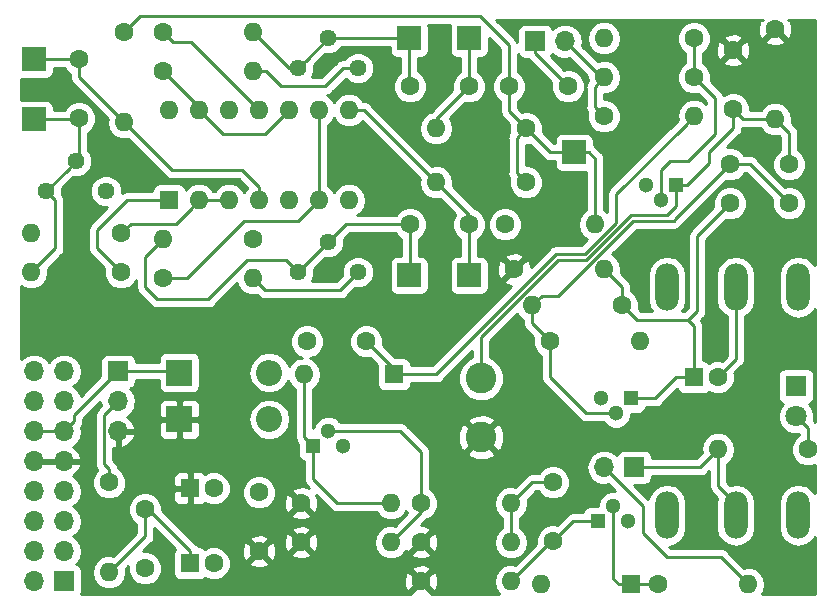
<source format=gtl>
G04 #@! TF.GenerationSoftware,KiCad,Pcbnew,(5.0.0-3-g5ebb6b6)*
G04 #@! TF.CreationDate,2019-04-25T20:00:05+02:00*
G04 #@! TF.ProjectId,metallic_beat,6D6574616C6C69635F626561742E6B69,rev?*
G04 #@! TF.SameCoordinates,Original*
G04 #@! TF.FileFunction,Copper,L1,Top,Signal*
G04 #@! TF.FilePolarity,Positive*
%FSLAX46Y46*%
G04 Gerber Fmt 4.6, Leading zero omitted, Abs format (unit mm)*
G04 Created by KiCad (PCBNEW (5.0.0-3-g5ebb6b6)) date Thursday 25 April 2019 20:00:05*
%MOMM*%
%LPD*%
G01*
G04 APERTURE LIST*
G04 #@! TA.AperFunction,ComponentPad*
%ADD10C,1.600000*%
G04 #@! TD*
G04 #@! TA.AperFunction,ComponentPad*
%ADD11R,1.600000X1.600000*%
G04 #@! TD*
G04 #@! TA.AperFunction,ComponentPad*
%ADD12O,1.600000X1.600000*%
G04 #@! TD*
G04 #@! TA.AperFunction,ComponentPad*
%ADD13R,1.800000X1.800000*%
G04 #@! TD*
G04 #@! TA.AperFunction,ComponentPad*
%ADD14C,1.800000*%
G04 #@! TD*
G04 #@! TA.AperFunction,ComponentPad*
%ADD15O,2.000000X4.000000*%
G04 #@! TD*
G04 #@! TA.AperFunction,ComponentPad*
%ADD16R,1.700000X1.700000*%
G04 #@! TD*
G04 #@! TA.AperFunction,ComponentPad*
%ADD17O,1.700000X1.700000*%
G04 #@! TD*
G04 #@! TA.AperFunction,ComponentPad*
%ADD18C,2.600000*%
G04 #@! TD*
G04 #@! TA.AperFunction,ComponentPad*
%ADD19C,1.440000*%
G04 #@! TD*
G04 #@! TA.AperFunction,ComponentPad*
%ADD20R,2.000000X2.000000*%
G04 #@! TD*
G04 #@! TA.AperFunction,ComponentPad*
%ADD21R,1.300000X1.300000*%
G04 #@! TD*
G04 #@! TA.AperFunction,ComponentPad*
%ADD22C,1.300000*%
G04 #@! TD*
G04 #@! TA.AperFunction,ComponentPad*
%ADD23R,2.200000X2.200000*%
G04 #@! TD*
G04 #@! TA.AperFunction,ComponentPad*
%ADD24O,2.200000X2.200000*%
G04 #@! TD*
G04 #@! TA.AperFunction,Conductor*
%ADD25C,0.250000*%
G04 #@! TD*
G04 #@! TA.AperFunction,Conductor*
%ADD26C,0.254000*%
G04 #@! TD*
G04 APERTURE END LIST*
D10*
G04 #@! TO.P,C1,1*
G04 #@! TO.N,Net-(C1-Pad1)*
X114808000Y-65786000D03*
G04 #@! TO.P,C1,2*
G04 #@! TO.N,Net-(C1-Pad2)*
X114808000Y-70786000D03*
G04 #@! TD*
G04 #@! TO.P,C2,2*
G04 #@! TO.N,Net-(C2-Pad2)*
X142828000Y-79756000D03*
G04 #@! TO.P,C2,1*
G04 #@! TO.N,Net-(C2-Pad1)*
X147828000Y-79756000D03*
G04 #@! TD*
G04 #@! TO.P,C3,1*
G04 #@! TO.N,Net-(C3-Pad1)*
X147828000Y-68072000D03*
G04 #@! TO.P,C3,2*
G04 #@! TO.N,Net-(C3-Pad2)*
X142828000Y-68072000D03*
G04 #@! TD*
G04 #@! TO.P,C4,2*
G04 #@! TO.N,Net-(C4-Pad2)*
X154940000Y-106600000D03*
G04 #@! TO.P,C4,1*
G04 #@! TO.N,Net-(C4-Pad1)*
X154940000Y-101600000D03*
G04 #@! TD*
G04 #@! TO.P,C5,2*
G04 #@! TO.N,Net-(C5-Pad2)*
X139112000Y-89662000D03*
G04 #@! TO.P,C5,1*
G04 #@! TO.N,GND*
X134112000Y-89662000D03*
G04 #@! TD*
G04 #@! TO.P,C6,1*
G04 #@! TO.N,Net-(C6-Pad1)*
X156210000Y-68072000D03*
G04 #@! TO.P,C6,2*
G04 #@! TO.N,Net-(C6-Pad2)*
X151210000Y-68072000D03*
G04 #@! TD*
G04 #@! TO.P,C7,2*
G04 #@! TO.N,Net-(C7-Pad2)*
X170180000Y-70024000D03*
G04 #@! TO.P,C7,1*
G04 #@! TO.N,+12V*
X170180000Y-65024000D03*
G04 #@! TD*
G04 #@! TO.P,C8,1*
G04 #@! TO.N,Net-(C11-Pad2)*
X169926000Y-74676000D03*
G04 #@! TO.P,C8,2*
G04 #@! TO.N,Net-(C7-Pad2)*
X174926000Y-74676000D03*
G04 #@! TD*
G04 #@! TO.P,C9,1*
G04 #@! TO.N,Net-(C10-Pad1)*
X120396000Y-103886000D03*
G04 #@! TO.P,C9,2*
G04 #@! TO.N,GND*
X120396000Y-108886000D03*
G04 #@! TD*
D11*
G04 #@! TO.P,C10,1*
G04 #@! TO.N,Net-(C10-Pad1)*
X124206000Y-108458000D03*
D10*
G04 #@! TO.P,C10,2*
G04 #@! TO.N,GND*
X126206000Y-108458000D03*
G04 #@! TD*
G04 #@! TO.P,C11,2*
G04 #@! TO.N,Net-(C11-Pad2)*
X174926000Y-77978000D03*
G04 #@! TO.P,C11,1*
G04 #@! TO.N,Net-(C11-Pad1)*
X169926000Y-77978000D03*
G04 #@! TD*
D11*
G04 #@! TO.P,C12,1*
G04 #@! TO.N,Net-(C11-Pad1)*
X166878000Y-92710000D03*
D10*
G04 #@! TO.P,C12,2*
G04 #@! TO.N,Net-(C12-Pad2)*
X168878000Y-92710000D03*
G04 #@! TD*
G04 #@! TO.P,C13,2*
G04 #@! TO.N,GND*
X126206000Y-102108000D03*
D11*
G04 #@! TO.P,C13,1*
G04 #@! TO.N,+12V*
X124206000Y-102108000D03*
G04 #@! TD*
D10*
G04 #@! TO.P,C14,1*
G04 #@! TO.N,+12V*
X130048000Y-107442000D03*
G04 #@! TO.P,C14,2*
G04 #@! TO.N,GND*
X130048000Y-102442000D03*
G04 #@! TD*
D11*
G04 #@! TO.P,D1,1*
G04 #@! TO.N,Net-(D1-Pad1)*
X161544000Y-110236000D03*
D12*
G04 #@! TO.P,D1,2*
G04 #@! TO.N,GND*
X153924000Y-110236000D03*
G04 #@! TD*
G04 #@! TO.P,D2,2*
G04 #@! TO.N,Net-(D2-Pad2)*
X133858000Y-92456000D03*
D11*
G04 #@! TO.P,D2,1*
G04 #@! TO.N,Net-(C5-Pad2)*
X141478000Y-92456000D03*
G04 #@! TD*
D13*
G04 #@! TO.P,D3,1*
G04 #@! TO.N,GND*
X175514000Y-93472000D03*
D14*
G04 #@! TO.P,D3,2*
G04 #@! TO.N,Net-(D3-Pad2)*
X175514000Y-96012000D03*
G04 #@! TD*
D15*
G04 #@! TO.P,J1,*
G04 #@! TO.N,*
X164600000Y-104394000D03*
G04 #@! TO.P,J1,1*
G04 #@! TO.N,Net-(J1-Pad1)*
X170400000Y-104394000D03*
G04 #@! TO.P,J1,2*
G04 #@! TO.N,GND*
X175700000Y-104394000D03*
G04 #@! TD*
G04 #@! TO.P,J2,2*
G04 #@! TO.N,GND*
X175700000Y-85090000D03*
G04 #@! TO.P,J2,1*
G04 #@! TO.N,Net-(C12-Pad2)*
X170400000Y-85090000D03*
G04 #@! TO.P,J2,*
G04 #@! TO.N,*
X164600000Y-85090000D03*
G04 #@! TD*
D16*
G04 #@! TO.P,J3,1*
G04 #@! TO.N,N/C*
X113538000Y-109982000D03*
D17*
G04 #@! TO.P,J3,2*
X110998000Y-109982000D03*
G04 #@! TO.P,J3,3*
G04 #@! TO.N,GND*
X113538000Y-107442000D03*
G04 #@! TO.P,J3,4*
X110998000Y-107442000D03*
G04 #@! TO.P,J3,5*
X113538000Y-104902000D03*
G04 #@! TO.P,J3,6*
X110998000Y-104902000D03*
G04 #@! TO.P,J3,7*
X113538000Y-102362000D03*
G04 #@! TO.P,J3,8*
X110998000Y-102362000D03*
G04 #@! TO.P,J3,9*
G04 #@! TO.N,+12V*
X113538000Y-99822000D03*
G04 #@! TO.P,J3,10*
X110998000Y-99822000D03*
G04 #@! TO.P,J3,11*
G04 #@! TO.N,+5V*
X113538000Y-97282000D03*
G04 #@! TO.P,J3,12*
X110998000Y-97282000D03*
G04 #@! TO.P,J3,13*
G04 #@! TO.N,N/C*
X113538000Y-94742000D03*
G04 #@! TO.P,J3,14*
X110998000Y-94742000D03*
G04 #@! TO.P,J3,15*
X113538000Y-92202000D03*
G04 #@! TO.P,J3,16*
X110998000Y-92202000D03*
G04 #@! TD*
D16*
G04 #@! TO.P,JP1,1*
G04 #@! TO.N,Net-(J1-Pad1)*
X161798000Y-100330000D03*
D17*
G04 #@! TO.P,JP1,2*
G04 #@! TO.N,Net-(JP1-Pad2)*
X159258000Y-100330000D03*
G04 #@! TD*
D16*
G04 #@! TO.P,JP2,1*
G04 #@! TO.N,+5V*
X118110000Y-92202000D03*
D17*
G04 #@! TO.P,JP2,2*
G04 #@! TO.N,Net-(JP2-Pad2)*
X118110000Y-94742000D03*
G04 #@! TO.P,JP2,3*
G04 #@! TO.N,+12V*
X118110000Y-97282000D03*
G04 #@! TD*
D18*
G04 #@! TO.P,L1,1*
G04 #@! TO.N,+12V*
X148844000Y-97790000D03*
G04 #@! TO.P,L1,2*
G04 #@! TO.N,Net-(C7-Pad2)*
X148844000Y-92790000D03*
G04 #@! TD*
D12*
G04 #@! TO.P,R1,2*
G04 #@! TO.N,Net-(C1-Pad2)*
X110744000Y-83820000D03*
D10*
G04 #@! TO.P,R1,1*
G04 #@! TO.N,Net-(R1-Pad1)*
X118364000Y-83820000D03*
G04 #@! TD*
D12*
G04 #@! TO.P,R2,2*
G04 #@! TO.N,Net-(C2-Pad2)*
X121920000Y-81026000D03*
D10*
G04 #@! TO.P,R2,1*
G04 #@! TO.N,Net-(R2-Pad1)*
X129540000Y-81026000D03*
G04 #@! TD*
G04 #@! TO.P,R3,1*
G04 #@! TO.N,Net-(R3-Pad1)*
X121920000Y-63500000D03*
D12*
G04 #@! TO.P,R3,2*
G04 #@! TO.N,Net-(C3-Pad2)*
X129540000Y-63500000D03*
G04 #@! TD*
D10*
G04 #@! TO.P,R4,1*
G04 #@! TO.N,Net-(D1-Pad1)*
X163830000Y-110236000D03*
D12*
G04 #@! TO.P,R4,2*
G04 #@! TO.N,Net-(JP1-Pad2)*
X171450000Y-110236000D03*
G04 #@! TD*
D10*
G04 #@! TO.P,R8,1*
G04 #@! TO.N,+12V*
X143764000Y-109982000D03*
D12*
G04 #@! TO.P,R8,2*
G04 #@! TO.N,Net-(C4-Pad2)*
X151384000Y-109982000D03*
G04 #@! TD*
D10*
G04 #@! TO.P,R9,1*
G04 #@! TO.N,Net-(R9-Pad1)*
X118364000Y-80518000D03*
D12*
G04 #@! TO.P,R9,2*
G04 #@! TO.N,Net-(R9-Pad2)*
X110744000Y-80518000D03*
G04 #@! TD*
G04 #@! TO.P,R10,2*
G04 #@! TO.N,Net-(R10-Pad2)*
X129540000Y-84328000D03*
D10*
G04 #@! TO.P,R10,1*
G04 #@! TO.N,Net-(R10-Pad1)*
X121920000Y-84328000D03*
G04 #@! TD*
G04 #@! TO.P,R11,1*
G04 #@! TO.N,Net-(R11-Pad1)*
X121920000Y-66802000D03*
D12*
G04 #@! TO.P,R11,2*
G04 #@! TO.N,Net-(R11-Pad2)*
X129540000Y-66802000D03*
G04 #@! TD*
G04 #@! TO.P,R12,2*
G04 #@! TO.N,Net-(C4-Pad1)*
X151384000Y-106680000D03*
D10*
G04 #@! TO.P,R12,1*
G04 #@! TO.N,+12V*
X143764000Y-106680000D03*
G04 #@! TD*
D12*
G04 #@! TO.P,R13,2*
G04 #@! TO.N,Net-(C4-Pad1)*
X151384000Y-103378000D03*
D10*
G04 #@! TO.P,R13,1*
G04 #@! TO.N,Net-(Q2-Pad2)*
X143764000Y-103378000D03*
G04 #@! TD*
G04 #@! TO.P,R14,1*
G04 #@! TO.N,+12V*
X133604000Y-106680000D03*
D12*
G04 #@! TO.P,R14,2*
G04 #@! TO.N,Net-(Q2-Pad2)*
X141224000Y-106680000D03*
G04 #@! TD*
D10*
G04 #@! TO.P,R15,1*
G04 #@! TO.N,+12V*
X133604000Y-103378000D03*
D12*
G04 #@! TO.P,R15,2*
G04 #@! TO.N,Net-(D2-Pad2)*
X141224000Y-103378000D03*
G04 #@! TD*
G04 #@! TO.P,R16,2*
G04 #@! TO.N,Net-(C1-Pad1)*
X118618000Y-71120000D03*
D10*
G04 #@! TO.P,R16,1*
G04 #@! TO.N,Net-(C6-Pad2)*
X118618000Y-63500000D03*
G04 #@! TD*
G04 #@! TO.P,R17,1*
G04 #@! TO.N,Net-(C6-Pad2)*
X152654000Y-76200000D03*
D12*
G04 #@! TO.P,R17,2*
G04 #@! TO.N,Net-(C2-Pad1)*
X145034000Y-76200000D03*
G04 #@! TD*
D10*
G04 #@! TO.P,R18,1*
G04 #@! TO.N,Net-(C6-Pad2)*
X152654000Y-71628000D03*
D12*
G04 #@! TO.P,R18,2*
G04 #@! TO.N,Net-(C3-Pad1)*
X145034000Y-71628000D03*
G04 #@! TD*
G04 #@! TO.P,R19,2*
G04 #@! TO.N,Net-(C6-Pad2)*
X158496000Y-79756000D03*
D10*
G04 #@! TO.P,R19,1*
G04 #@! TO.N,GND*
X150876000Y-79756000D03*
G04 #@! TD*
D12*
G04 #@! TO.P,R20,2*
G04 #@! TO.N,Net-(C5-Pad2)*
X166878000Y-70612000D03*
D10*
G04 #@! TO.P,R20,1*
G04 #@! TO.N,Net-(JP3-Pad2)*
X159258000Y-70612000D03*
G04 #@! TD*
D12*
G04 #@! TO.P,R21,2*
G04 #@! TO.N,Net-(JP3-Pad2)*
X159258000Y-67310000D03*
D10*
G04 #@! TO.P,R21,1*
G04 #@! TO.N,Net-(Q3-Pad2)*
X166878000Y-67310000D03*
G04 #@! TD*
D12*
G04 #@! TO.P,R22,2*
G04 #@! TO.N,GND*
X159258000Y-64008000D03*
D10*
G04 #@! TO.P,R22,1*
G04 #@! TO.N,Net-(Q3-Pad2)*
X166878000Y-64008000D03*
G04 #@! TD*
G04 #@! TO.P,R23,1*
G04 #@! TO.N,+12V*
X173736000Y-63246000D03*
D12*
G04 #@! TO.P,R23,2*
G04 #@! TO.N,Net-(C7-Pad2)*
X173736000Y-70866000D03*
G04 #@! TD*
D10*
G04 #@! TO.P,R24,1*
G04 #@! TO.N,Net-(C11-Pad2)*
X154686000Y-89662000D03*
D12*
G04 #@! TO.P,R24,2*
G04 #@! TO.N,GND*
X162306000Y-89662000D03*
G04 #@! TD*
G04 #@! TO.P,R25,2*
G04 #@! TO.N,Net-(C11-Pad2)*
X153162000Y-86614000D03*
D10*
G04 #@! TO.P,R25,1*
G04 #@! TO.N,Net-(C11-Pad1)*
X160782000Y-86614000D03*
G04 #@! TD*
D12*
G04 #@! TO.P,R26,2*
G04 #@! TO.N,Net-(C11-Pad1)*
X159258000Y-83566000D03*
D10*
G04 #@! TO.P,R26,1*
G04 #@! TO.N,+12V*
X151638000Y-83566000D03*
G04 #@! TD*
G04 #@! TO.P,R27,1*
G04 #@! TO.N,Net-(JP2-Pad2)*
X117348000Y-101600000D03*
D12*
G04 #@! TO.P,R27,2*
G04 #@! TO.N,Net-(C10-Pad1)*
X117348000Y-109220000D03*
G04 #@! TD*
D10*
G04 #@! TO.P,R28,1*
G04 #@! TO.N,Net-(D3-Pad2)*
X176530000Y-98806000D03*
D12*
G04 #@! TO.P,R28,2*
G04 #@! TO.N,Net-(J1-Pad1)*
X168910000Y-98806000D03*
G04 #@! TD*
D19*
G04 #@! TO.P,RV1,1*
G04 #@! TO.N,Net-(C1-Pad2)*
X112014000Y-76962000D03*
G04 #@! TO.P,RV1,2*
X114554000Y-74422000D03*
G04 #@! TO.P,RV1,3*
G04 #@! TO.N,Net-(R9-Pad2)*
X117094000Y-76962000D03*
G04 #@! TD*
G04 #@! TO.P,RV2,3*
G04 #@! TO.N,Net-(R10-Pad2)*
X138430000Y-83820000D03*
G04 #@! TO.P,RV2,2*
G04 #@! TO.N,Net-(C2-Pad2)*
X135890000Y-81280000D03*
G04 #@! TO.P,RV2,1*
X133350000Y-83820000D03*
G04 #@! TD*
G04 #@! TO.P,RV3,3*
G04 #@! TO.N,Net-(R11-Pad2)*
X138430000Y-66548000D03*
G04 #@! TO.P,RV3,2*
G04 #@! TO.N,Net-(C3-Pad2)*
X135890000Y-64008000D03*
G04 #@! TO.P,RV3,1*
X133350000Y-66548000D03*
G04 #@! TD*
D20*
G04 #@! TO.P,TP1,1*
G04 #@! TO.N,Net-(C1-Pad2)*
X110998000Y-70866000D03*
G04 #@! TD*
G04 #@! TO.P,TP2,1*
G04 #@! TO.N,Net-(C2-Pad2)*
X142748000Y-84074000D03*
G04 #@! TD*
G04 #@! TO.P,TP3,1*
G04 #@! TO.N,Net-(C3-Pad2)*
X142748000Y-64008000D03*
G04 #@! TD*
G04 #@! TO.P,TP4,1*
G04 #@! TO.N,Net-(C1-Pad1)*
X110998000Y-65786000D03*
G04 #@! TD*
G04 #@! TO.P,TP5,1*
G04 #@! TO.N,Net-(C2-Pad1)*
X147828000Y-84074000D03*
G04 #@! TD*
G04 #@! TO.P,TP6,1*
G04 #@! TO.N,Net-(C3-Pad1)*
X147828000Y-64008000D03*
G04 #@! TD*
G04 #@! TO.P,TP7,1*
G04 #@! TO.N,Net-(C6-Pad2)*
X156718000Y-73660000D03*
G04 #@! TD*
D11*
G04 #@! TO.P,U1,1*
G04 #@! TO.N,Net-(R1-Pad1)*
X122428000Y-77724000D03*
D12*
G04 #@! TO.P,U1,8*
G04 #@! TO.N,Net-(C2-Pad1)*
X137668000Y-70104000D03*
G04 #@! TO.P,U1,2*
G04 #@! TO.N,Net-(R9-Pad1)*
X124968000Y-77724000D03*
G04 #@! TO.P,U1,9*
G04 #@! TO.N,Net-(R10-Pad1)*
X135128000Y-70104000D03*
G04 #@! TO.P,U1,3*
G04 #@! TO.N,Net-(R9-Pad1)*
X127508000Y-77724000D03*
G04 #@! TO.P,U1,10*
G04 #@! TO.N,Net-(R11-Pad1)*
X132588000Y-70104000D03*
G04 #@! TO.P,U1,4*
G04 #@! TO.N,Net-(C1-Pad1)*
X130048000Y-77724000D03*
G04 #@! TO.P,U1,11*
G04 #@! TO.N,Net-(R3-Pad1)*
X130048000Y-70104000D03*
G04 #@! TO.P,U1,5*
G04 #@! TO.N,Net-(R2-Pad1)*
X132588000Y-77724000D03*
G04 #@! TO.P,U1,12*
G04 #@! TO.N,Net-(C3-Pad1)*
X127508000Y-70104000D03*
G04 #@! TO.P,U1,6*
G04 #@! TO.N,Net-(R10-Pad1)*
X135128000Y-77724000D03*
G04 #@! TO.P,U1,13*
G04 #@! TO.N,Net-(R11-Pad1)*
X124968000Y-70104000D03*
G04 #@! TO.P,U1,7*
G04 #@! TO.N,GND*
X137668000Y-77724000D03*
G04 #@! TO.P,U1,14*
G04 #@! TO.N,Net-(C10-Pad1)*
X122428000Y-70104000D03*
G04 #@! TD*
D21*
G04 #@! TO.P,Q1,1*
G04 #@! TO.N,Net-(C4-Pad2)*
X158750000Y-104902000D03*
D22*
G04 #@! TO.P,Q1,3*
G04 #@! TO.N,GND*
X161290000Y-104902000D03*
G04 #@! TO.P,Q1,2*
G04 #@! TO.N,Net-(D1-Pad1)*
X160030000Y-103632000D03*
G04 #@! TD*
D21*
G04 #@! TO.P,Q2,1*
G04 #@! TO.N,Net-(D2-Pad2)*
X134620000Y-98552000D03*
D22*
G04 #@! TO.P,Q2,3*
G04 #@! TO.N,GND*
X137160000Y-98552000D03*
G04 #@! TO.P,Q2,2*
G04 #@! TO.N,Net-(Q2-Pad2)*
X135900000Y-97282000D03*
G04 #@! TD*
G04 #@! TO.P,Q3,2*
G04 #@! TO.N,Net-(Q3-Pad2)*
X164074000Y-77724000D03*
G04 #@! TO.P,Q3,3*
G04 #@! TO.N,GND*
X162814000Y-76454000D03*
D21*
G04 #@! TO.P,Q3,1*
G04 #@! TO.N,Net-(C7-Pad2)*
X165354000Y-76454000D03*
G04 #@! TD*
D22*
G04 #@! TO.P,Q4,2*
G04 #@! TO.N,Net-(C11-Pad2)*
X160264000Y-95758000D03*
G04 #@! TO.P,Q4,3*
G04 #@! TO.N,GND*
X159004000Y-94488000D03*
D21*
G04 #@! TO.P,Q4,1*
G04 #@! TO.N,Net-(C11-Pad1)*
X161544000Y-94488000D03*
G04 #@! TD*
D23*
G04 #@! TO.P,D4,1*
G04 #@! TO.N,+5V*
X123295001Y-92303001D03*
D24*
G04 #@! TO.P,D4,2*
G04 #@! TO.N,GND*
X130915001Y-92303001D03*
G04 #@! TD*
G04 #@! TO.P,D5,2*
G04 #@! TO.N,GND*
X130915001Y-96266000D03*
D23*
G04 #@! TO.P,D5,1*
G04 #@! TO.N,+12V*
X123295001Y-96266000D03*
G04 #@! TD*
D16*
G04 #@! TO.P,JP3,1*
G04 #@! TO.N,Net-(C6-Pad1)*
X153416000Y-64262000D03*
D17*
G04 #@! TO.P,JP3,2*
G04 #@! TO.N,Net-(JP3-Pad2)*
X155956000Y-64262000D03*
G04 #@! TD*
D25*
G04 #@! TO.N,Net-(C1-Pad1)*
X110998000Y-65786000D02*
X114808000Y-65786000D01*
X114808000Y-67310000D02*
X114808000Y-65786000D01*
X118618000Y-71120000D02*
X114808000Y-67310000D01*
X130048000Y-76592630D02*
X128639370Y-75184000D01*
X130048000Y-77724000D02*
X130048000Y-76592630D01*
X122682000Y-75184000D02*
X118618000Y-71120000D01*
X128639370Y-75184000D02*
X122682000Y-75184000D01*
G04 #@! TO.N,Net-(C1-Pad2)*
X114728000Y-70866000D02*
X114808000Y-70786000D01*
X110998000Y-70866000D02*
X114728000Y-70866000D01*
X114808000Y-74168000D02*
X114554000Y-74422000D01*
X114808000Y-70786000D02*
X114808000Y-74168000D01*
X113834001Y-75141999D02*
X112014000Y-76962000D01*
X114554000Y-74422000D02*
X113834001Y-75141999D01*
X112014000Y-76962000D02*
X112776000Y-77724000D01*
X112776000Y-81788000D02*
X110744000Y-83820000D01*
X112776000Y-77724000D02*
X112776000Y-81788000D01*
G04 #@! TO.N,Net-(C2-Pad2)*
X129032000Y-82804000D02*
X132334000Y-82804000D01*
X125730000Y-86106000D02*
X129032000Y-82804000D01*
X121412000Y-86106000D02*
X125730000Y-86106000D01*
X120396000Y-85090000D02*
X121412000Y-86106000D01*
X132334000Y-82804000D02*
X133350000Y-83820000D01*
X120396000Y-82550000D02*
X120396000Y-85090000D01*
X121920000Y-81026000D02*
X120396000Y-82550000D01*
X133350000Y-83820000D02*
X135890000Y-81280000D01*
X137414000Y-79756000D02*
X142828000Y-79756000D01*
X135890000Y-81280000D02*
X137414000Y-79756000D01*
X142828000Y-83994000D02*
X142748000Y-84074000D01*
X142828000Y-79756000D02*
X142828000Y-83994000D01*
G04 #@! TO.N,Net-(C2-Pad1)*
X138938000Y-70104000D02*
X145034000Y-76200000D01*
X137668000Y-70104000D02*
X138938000Y-70104000D01*
X147828000Y-78994000D02*
X147828000Y-79756000D01*
X145034000Y-76200000D02*
X147828000Y-78994000D01*
X147828000Y-79756000D02*
X147828000Y-84074000D01*
G04 #@! TO.N,Net-(C3-Pad1)*
X147828000Y-64008000D02*
X147828000Y-68072000D01*
X145034000Y-70866000D02*
X145034000Y-71628000D01*
X147828000Y-68072000D02*
X145034000Y-70866000D01*
G04 #@! TO.N,Net-(C3-Pad2)*
X132588000Y-66548000D02*
X133350000Y-66548000D01*
X129540000Y-63500000D02*
X132588000Y-66548000D01*
X134069999Y-65828001D02*
X135890000Y-64008000D01*
X133350000Y-66548000D02*
X134069999Y-65828001D01*
X135890000Y-64008000D02*
X142748000Y-64008000D01*
X142748000Y-67992000D02*
X142828000Y-68072000D01*
X142748000Y-64008000D02*
X142748000Y-67992000D01*
G04 #@! TO.N,Net-(C4-Pad2)*
X154766000Y-106600000D02*
X154940000Y-106600000D01*
X151384000Y-109982000D02*
X154766000Y-106600000D01*
X156638000Y-104902000D02*
X158750000Y-104902000D01*
X154940000Y-106600000D02*
X156638000Y-104902000D01*
G04 #@! TO.N,Net-(C4-Pad1)*
X151384000Y-106680000D02*
X151384000Y-103378000D01*
X153162000Y-101600000D02*
X154940000Y-101600000D01*
X151384000Y-103378000D02*
X153162000Y-101600000D01*
G04 #@! TO.N,Net-(C5-Pad2)*
X141478000Y-92028000D02*
X141478000Y-92456000D01*
X139112000Y-89662000D02*
X141478000Y-92028000D01*
X155194000Y-82296000D02*
X157605590Y-82296000D01*
X141478000Y-92456000D02*
X145034000Y-92456000D01*
X160274000Y-79627590D02*
X160274000Y-77216000D01*
X145034000Y-92456000D02*
X155194000Y-82296000D01*
X157605590Y-82296000D02*
X160274000Y-79627590D01*
X160274000Y-77216000D02*
X166078001Y-71411999D01*
X166078001Y-71411999D02*
X166878000Y-70612000D01*
G04 #@! TO.N,Net-(C6-Pad1)*
X153416000Y-65278000D02*
X153416000Y-64262000D01*
X156210000Y-68072000D02*
X153416000Y-65278000D01*
G04 #@! TO.N,Net-(C6-Pad2)*
X119995990Y-62122010D02*
X148736010Y-62122010D01*
X118618000Y-63500000D02*
X119995990Y-62122010D01*
X151210000Y-64596000D02*
X151210000Y-68072000D01*
X148736010Y-62122010D02*
X151210000Y-64596000D01*
X151210000Y-70184000D02*
X152654000Y-71628000D01*
X151210000Y-68072000D02*
X151210000Y-70184000D01*
X151854001Y-75400001D02*
X152654000Y-76200000D01*
X151854001Y-72427999D02*
X151854001Y-75400001D01*
X152654000Y-71628000D02*
X151854001Y-72427999D01*
X154686000Y-73660000D02*
X156718000Y-73660000D01*
X152654000Y-71628000D02*
X154686000Y-73660000D01*
X157968000Y-73660000D02*
X156718000Y-73660000D01*
X158496000Y-74188000D02*
X157968000Y-73660000D01*
X158496000Y-79756000D02*
X158496000Y-74188000D01*
G04 #@! TO.N,Net-(C7-Pad2)*
X174926000Y-72056000D02*
X173736000Y-70866000D01*
X174926000Y-74676000D02*
X174926000Y-72056000D01*
X171022000Y-70866000D02*
X170180000Y-70024000D01*
X173736000Y-70866000D02*
X171022000Y-70866000D01*
X166254000Y-76454000D02*
X168148000Y-74560000D01*
X165354000Y-76454000D02*
X166254000Y-76454000D01*
X168148000Y-74560000D02*
X168148000Y-73660000D01*
X170180000Y-71628000D02*
X170180000Y-70024000D01*
X168148000Y-73660000D02*
X170180000Y-71628000D01*
X165354000Y-78232000D02*
X165354000Y-76454000D01*
X164592000Y-78994000D02*
X165354000Y-78232000D01*
X148844000Y-92790000D02*
X148844000Y-89282410D01*
X157734000Y-82804000D02*
X161544000Y-78994000D01*
X148844000Y-89282410D02*
X155322410Y-82804000D01*
X155322410Y-82804000D02*
X157734000Y-82804000D01*
X161544000Y-78994000D02*
X164592000Y-78994000D01*
G04 #@! TO.N,Net-(C11-Pad2)*
X171624000Y-74676000D02*
X169926000Y-74676000D01*
X174926000Y-77978000D02*
X171624000Y-74676000D01*
X165354000Y-79248000D02*
X169926000Y-74676000D01*
X165157990Y-79444010D02*
X165354000Y-79248000D01*
X161730400Y-79444010D02*
X165157990Y-79444010D01*
X155360409Y-85814001D02*
X161730400Y-79444010D01*
X153961999Y-85814001D02*
X155360409Y-85814001D01*
X153162000Y-86614000D02*
X153961999Y-85814001D01*
X153162000Y-88138000D02*
X154686000Y-89662000D01*
X153162000Y-86614000D02*
X153162000Y-88138000D01*
X154686000Y-92710000D02*
X157734000Y-95758000D01*
X157734000Y-95758000D02*
X160264000Y-95758000D01*
X154686000Y-89662000D02*
X154686000Y-92710000D01*
G04 #@! TO.N,Net-(C10-Pad1)*
X120684000Y-103886000D02*
X120396000Y-103886000D01*
X124206000Y-107408000D02*
X120684000Y-103886000D01*
X124206000Y-108458000D02*
X124206000Y-107408000D01*
X120396000Y-106172000D02*
X120396000Y-103886000D01*
X117348000Y-109220000D02*
X120396000Y-106172000D01*
G04 #@! TO.N,Net-(C11-Pad1)*
X169926000Y-77978000D02*
X167132000Y-80772000D01*
X167132000Y-80772000D02*
X167132000Y-87122000D01*
X167132000Y-87122000D02*
X166370000Y-87884000D01*
X162052000Y-87884000D02*
X160782000Y-86614000D01*
X166370000Y-87884000D02*
X162052000Y-87884000D01*
X160782000Y-85090000D02*
X159258000Y-83566000D01*
X160782000Y-86614000D02*
X160782000Y-85090000D01*
X166878000Y-88392000D02*
X166878000Y-92710000D01*
X166370000Y-87884000D02*
X166878000Y-88392000D01*
X166878000Y-92710000D02*
X165354000Y-92710000D01*
X163576000Y-94488000D02*
X161544000Y-94488000D01*
X165354000Y-92710000D02*
X163576000Y-94488000D01*
G04 #@! TO.N,Net-(C12-Pad2)*
X170400000Y-91188000D02*
X168878000Y-92710000D01*
X170400000Y-85090000D02*
X170400000Y-91188000D01*
G04 #@! TO.N,Net-(D1-Pad1)*
X160494000Y-110236000D02*
X161544000Y-110236000D01*
X160030000Y-109772000D02*
X160494000Y-110236000D01*
X160030000Y-103632000D02*
X160030000Y-109772000D01*
X161544000Y-110236000D02*
X163830000Y-110236000D01*
G04 #@! TO.N,Net-(D2-Pad2)*
X133858000Y-97790000D02*
X134620000Y-98552000D01*
X133858000Y-92456000D02*
X133858000Y-97790000D01*
X136652000Y-103378000D02*
X134620000Y-101346000D01*
X134620000Y-101346000D02*
X134620000Y-98552000D01*
X141224000Y-103378000D02*
X136652000Y-103378000D01*
G04 #@! TO.N,Net-(D3-Pad2)*
X176530000Y-97028000D02*
X175514000Y-96012000D01*
X176530000Y-98806000D02*
X176530000Y-97028000D01*
G04 #@! TO.N,Net-(J1-Pad1)*
X167386000Y-100330000D02*
X168910000Y-98806000D01*
X161798000Y-100330000D02*
X167386000Y-100330000D01*
X168910000Y-101904000D02*
X170400000Y-103394000D01*
X170400000Y-103394000D02*
X170400000Y-104394000D01*
X168910000Y-98806000D02*
X168910000Y-101904000D01*
G04 #@! TO.N,+5V*
X110998000Y-97282000D02*
X113538000Y-97282000D01*
X114387999Y-95924001D02*
X118110000Y-92202000D01*
X114387999Y-96432001D02*
X114387999Y-95924001D01*
X113538000Y-97282000D02*
X114387999Y-96432001D01*
X123194000Y-92202000D02*
X123295001Y-92303001D01*
X118110000Y-92202000D02*
X123194000Y-92202000D01*
G04 #@! TO.N,Net-(JP1-Pad2)*
X162560000Y-103632000D02*
X159258000Y-100330000D01*
X162560000Y-105918000D02*
X162560000Y-103632000D01*
X164592000Y-107950000D02*
X162560000Y-105918000D01*
X169164000Y-107950000D02*
X164592000Y-107950000D01*
X171450000Y-110236000D02*
X169164000Y-107950000D01*
G04 #@! TO.N,Net-(JP2-Pad2)*
X117348000Y-100468630D02*
X117348000Y-101600000D01*
X116934999Y-95917001D02*
X116934999Y-100055629D01*
X116934999Y-100055629D02*
X117348000Y-100468630D01*
X118110000Y-94742000D02*
X116934999Y-95917001D01*
G04 #@! TO.N,Net-(R1-Pad1)*
X118872000Y-77724000D02*
X122428000Y-77724000D01*
X116332000Y-81788000D02*
X116332000Y-80264000D01*
X116332000Y-80264000D02*
X118872000Y-77724000D01*
X118364000Y-83820000D02*
X116332000Y-81788000D01*
G04 #@! TO.N,Net-(R3-Pad1)*
X129248001Y-69304001D02*
X130048000Y-70104000D01*
X124243999Y-64299999D02*
X129248001Y-69304001D01*
X122719999Y-64299999D02*
X124243999Y-64299999D01*
X121920000Y-63500000D02*
X122719999Y-64299999D01*
G04 #@! TO.N,Net-(R9-Pad1)*
X124168001Y-78523999D02*
X124968000Y-77724000D01*
X122973999Y-79718001D02*
X124168001Y-78523999D01*
X119163999Y-79718001D02*
X122973999Y-79718001D01*
X118364000Y-80518000D02*
X119163999Y-79718001D01*
X126099370Y-77724000D02*
X127508000Y-77724000D01*
X124968000Y-77724000D02*
X126099370Y-77724000D01*
G04 #@! TO.N,Net-(R10-Pad2)*
X130556000Y-85344000D02*
X129540000Y-84328000D01*
X136906000Y-85344000D02*
X130556000Y-85344000D01*
X138430000Y-83820000D02*
X136906000Y-85344000D01*
G04 #@! TO.N,Net-(R10-Pad1)*
X121920000Y-84328000D02*
X123952000Y-84328000D01*
X123952000Y-84328000D02*
X128778000Y-79502000D01*
X133350000Y-79502000D02*
X135128000Y-77724000D01*
X128778000Y-79502000D02*
X133350000Y-79502000D01*
X135128000Y-71235370D02*
X135128000Y-77724000D01*
X135128000Y-70104000D02*
X135128000Y-71235370D01*
G04 #@! TO.N,Net-(R11-Pad1)*
X124968000Y-69850000D02*
X124968000Y-70104000D01*
X121920000Y-66802000D02*
X124968000Y-69850000D01*
X130556000Y-72136000D02*
X132588000Y-70104000D01*
X127000000Y-72136000D02*
X130556000Y-72136000D01*
X124968000Y-70104000D02*
X127000000Y-72136000D01*
G04 #@! TO.N,Net-(R11-Pad2)*
X130671370Y-66802000D02*
X131941370Y-68072000D01*
X129540000Y-66802000D02*
X130671370Y-66802000D01*
X131941370Y-68072000D02*
X135636000Y-68072000D01*
X137160000Y-66548000D02*
X138430000Y-66548000D01*
X135636000Y-68072000D02*
X137160000Y-66548000D01*
G04 #@! TO.N,Net-(Q2-Pad2)*
X143764000Y-99060000D02*
X143764000Y-103378000D01*
X141986000Y-97282000D02*
X143764000Y-99060000D01*
X135900000Y-97282000D02*
X141986000Y-97282000D01*
X143764000Y-104140000D02*
X143764000Y-103378000D01*
X141224000Y-106680000D02*
X143764000Y-104140000D01*
G04 #@! TO.N,Net-(Q3-Pad2)*
X166878000Y-64008000D02*
X166878000Y-67310000D01*
X164074000Y-77724000D02*
X164074000Y-75194000D01*
X164074000Y-75194000D02*
X164846000Y-74422000D01*
X164846000Y-74422000D02*
X166370000Y-74422000D01*
X166370000Y-74422000D02*
X168656000Y-72136000D01*
X168656000Y-69088000D02*
X166878000Y-67310000D01*
X168656000Y-72136000D02*
X168656000Y-69088000D01*
G04 #@! TO.N,Net-(JP3-Pad2)*
X158458001Y-69812001D02*
X159258000Y-70612000D01*
X158458001Y-68109999D02*
X158458001Y-69812001D01*
X159258000Y-67310000D02*
X158458001Y-68109999D01*
X159004000Y-67310000D02*
X159258000Y-67310000D01*
X155956000Y-64262000D02*
X159004000Y-67310000D01*
G04 #@! TD*
D26*
G04 #@! TO.N,+12V*
G36*
X172482136Y-62491995D02*
X172289035Y-63029223D01*
X172316222Y-63599454D01*
X172482136Y-64000005D01*
X172728255Y-64074139D01*
X173556395Y-63246000D01*
X173542252Y-63231858D01*
X173721858Y-63052252D01*
X173736000Y-63066395D01*
X173750142Y-63052252D01*
X173929748Y-63231858D01*
X173915605Y-63246000D01*
X174743745Y-64074139D01*
X174989864Y-64000005D01*
X175182965Y-63462777D01*
X175155778Y-62892546D01*
X174989864Y-62491995D01*
X174790685Y-62432000D01*
X177090000Y-62432000D01*
X177090000Y-83227361D01*
X176878769Y-82911231D01*
X176337944Y-82549864D01*
X175700000Y-82422969D01*
X175062055Y-82549864D01*
X174521231Y-82911231D01*
X174159864Y-83452056D01*
X174065000Y-83928970D01*
X174065001Y-86251031D01*
X174159865Y-86727945D01*
X174521232Y-87268769D01*
X175062056Y-87630136D01*
X175700000Y-87757031D01*
X176337945Y-87630136D01*
X176878769Y-87268769D01*
X177090001Y-86952639D01*
X177090001Y-96498138D01*
X177077929Y-96480071D01*
X177014473Y-96437671D01*
X177003640Y-96426838D01*
X177049000Y-96317330D01*
X177049000Y-95706670D01*
X176815310Y-95142493D01*
X176646092Y-94973275D01*
X176661765Y-94970157D01*
X176871809Y-94829809D01*
X177012157Y-94619765D01*
X177061440Y-94372000D01*
X177061440Y-92572000D01*
X177012157Y-92324235D01*
X176871809Y-92114191D01*
X176661765Y-91973843D01*
X176414000Y-91924560D01*
X174614000Y-91924560D01*
X174366235Y-91973843D01*
X174156191Y-92114191D01*
X174015843Y-92324235D01*
X173966560Y-92572000D01*
X173966560Y-94372000D01*
X174015843Y-94619765D01*
X174156191Y-94829809D01*
X174366235Y-94970157D01*
X174381908Y-94973275D01*
X174212690Y-95142493D01*
X173979000Y-95706670D01*
X173979000Y-96317330D01*
X174212690Y-96881507D01*
X174644493Y-97313310D01*
X175208670Y-97547000D01*
X175770001Y-97547000D01*
X175770001Y-97567570D01*
X175717138Y-97589466D01*
X175313466Y-97993138D01*
X175095000Y-98520561D01*
X175095000Y-99091439D01*
X175313466Y-99618862D01*
X175717138Y-100022534D01*
X176244561Y-100241000D01*
X176815439Y-100241000D01*
X177090001Y-100127273D01*
X177090001Y-102531362D01*
X176878769Y-102215231D01*
X176337944Y-101853864D01*
X175700000Y-101726969D01*
X175062055Y-101853864D01*
X174521231Y-102215231D01*
X174159864Y-102756056D01*
X174065000Y-103232970D01*
X174065001Y-105555031D01*
X174159865Y-106031945D01*
X174521232Y-106572769D01*
X175062056Y-106934136D01*
X175700000Y-107061031D01*
X176337945Y-106934136D01*
X176878769Y-106572769D01*
X177090001Y-106256638D01*
X177090001Y-111050000D01*
X172631962Y-111050000D01*
X172801740Y-110795909D01*
X172913113Y-110236000D01*
X172801740Y-109676091D01*
X172484577Y-109201423D01*
X172009909Y-108884260D01*
X171591333Y-108801000D01*
X171308667Y-108801000D01*
X171126114Y-108837312D01*
X169754331Y-107465530D01*
X169711929Y-107402071D01*
X169460537Y-107234096D01*
X169238852Y-107190000D01*
X169238847Y-107190000D01*
X169164000Y-107175112D01*
X169089153Y-107190000D01*
X164906802Y-107190000D01*
X164748328Y-107031527D01*
X165237945Y-106934136D01*
X165778769Y-106572769D01*
X166140136Y-106031945D01*
X166235000Y-105555031D01*
X166235000Y-103232969D01*
X166140136Y-102756055D01*
X165778769Y-102215231D01*
X165237944Y-101853864D01*
X164600000Y-101726969D01*
X163962055Y-101853864D01*
X163421231Y-102215231D01*
X163059864Y-102756056D01*
X163009924Y-103007122D01*
X161830242Y-101827440D01*
X162648000Y-101827440D01*
X162895765Y-101778157D01*
X163105809Y-101637809D01*
X163246157Y-101427765D01*
X163295440Y-101180000D01*
X163295440Y-101090000D01*
X167311153Y-101090000D01*
X167386000Y-101104888D01*
X167460847Y-101090000D01*
X167460852Y-101090000D01*
X167682537Y-101045904D01*
X167933929Y-100877929D01*
X167976331Y-100814470D01*
X168150001Y-100640801D01*
X168150001Y-101829148D01*
X168135112Y-101904000D01*
X168194097Y-102200537D01*
X168291961Y-102347000D01*
X168362072Y-102451929D01*
X168425528Y-102494329D01*
X168831226Y-102900028D01*
X168765000Y-103232970D01*
X168765001Y-105555031D01*
X168859865Y-106031945D01*
X169221232Y-106572769D01*
X169762056Y-106934136D01*
X170400000Y-107061031D01*
X171037945Y-106934136D01*
X171578769Y-106572769D01*
X171940136Y-106031945D01*
X172035000Y-105555031D01*
X172035000Y-103232969D01*
X171940136Y-102756055D01*
X171578769Y-102215231D01*
X171037944Y-101853864D01*
X170400000Y-101726969D01*
X169906027Y-101825226D01*
X169670000Y-101589199D01*
X169670000Y-100024043D01*
X169944577Y-99840577D01*
X170261740Y-99365909D01*
X170373113Y-98806000D01*
X170261740Y-98246091D01*
X169944577Y-97771423D01*
X169469909Y-97454260D01*
X169051333Y-97371000D01*
X168768667Y-97371000D01*
X168350091Y-97454260D01*
X167875423Y-97771423D01*
X167558260Y-98246091D01*
X167446887Y-98806000D01*
X167511312Y-99129886D01*
X167071199Y-99570000D01*
X163295440Y-99570000D01*
X163295440Y-99480000D01*
X163246157Y-99232235D01*
X163105809Y-99022191D01*
X162895765Y-98881843D01*
X162648000Y-98832560D01*
X160948000Y-98832560D01*
X160700235Y-98881843D01*
X160490191Y-99022191D01*
X160349843Y-99232235D01*
X160340816Y-99277619D01*
X160328625Y-99259375D01*
X159837418Y-98931161D01*
X159404256Y-98845000D01*
X159111744Y-98845000D01*
X158678582Y-98931161D01*
X158187375Y-99259375D01*
X157859161Y-99750582D01*
X157743908Y-100330000D01*
X157859161Y-100909418D01*
X158187375Y-101400625D01*
X158678582Y-101728839D01*
X159111744Y-101815000D01*
X159404256Y-101815000D01*
X159624408Y-101771209D01*
X160200199Y-102347000D01*
X159774398Y-102347000D01*
X159302106Y-102542629D01*
X158940629Y-102904106D01*
X158745000Y-103376398D01*
X158745000Y-103604560D01*
X158100000Y-103604560D01*
X157852235Y-103653843D01*
X157642191Y-103794191D01*
X157501843Y-104004235D01*
X157474440Y-104142000D01*
X156712848Y-104142000D01*
X156638000Y-104127112D01*
X156563152Y-104142000D01*
X156563148Y-104142000D01*
X156341463Y-104186096D01*
X156090071Y-104354071D01*
X156047671Y-104417527D01*
X155278302Y-105186897D01*
X155225439Y-105165000D01*
X154654561Y-105165000D01*
X154127138Y-105383466D01*
X153723466Y-105787138D01*
X153505000Y-106314561D01*
X153505000Y-106786198D01*
X151707887Y-108583312D01*
X151525333Y-108547000D01*
X151242667Y-108547000D01*
X150824091Y-108630260D01*
X150349423Y-108947423D01*
X150032260Y-109422091D01*
X149920887Y-109982000D01*
X150032260Y-110541909D01*
X150349423Y-111016577D01*
X150399444Y-111050000D01*
X144573989Y-111050000D01*
X144592139Y-110989745D01*
X143764000Y-110161605D01*
X142935861Y-110989745D01*
X142954011Y-111050000D01*
X114992078Y-111050000D01*
X115035440Y-110832000D01*
X115035440Y-109220000D01*
X115884887Y-109220000D01*
X115996260Y-109779909D01*
X116313423Y-110254577D01*
X116788091Y-110571740D01*
X117206667Y-110655000D01*
X117489333Y-110655000D01*
X117907909Y-110571740D01*
X118382577Y-110254577D01*
X118699740Y-109779909D01*
X118811113Y-109220000D01*
X118746688Y-108896113D01*
X118961000Y-108681801D01*
X118961000Y-109171439D01*
X119179466Y-109698862D01*
X119583138Y-110102534D01*
X120110561Y-110321000D01*
X120681439Y-110321000D01*
X121208862Y-110102534D01*
X121612534Y-109698862D01*
X121831000Y-109171439D01*
X121831000Y-108600561D01*
X121612534Y-108073138D01*
X121208862Y-107669466D01*
X120681439Y-107451000D01*
X120191802Y-107451000D01*
X120880473Y-106762329D01*
X120943929Y-106719929D01*
X121111904Y-106468537D01*
X121156000Y-106246852D01*
X121156000Y-106246847D01*
X121170888Y-106172000D01*
X121156000Y-106097153D01*
X121156000Y-105432801D01*
X122938257Y-107215059D01*
X122807843Y-107410235D01*
X122758560Y-107658000D01*
X122758560Y-109258000D01*
X122807843Y-109505765D01*
X122948191Y-109715809D01*
X123158235Y-109856157D01*
X123406000Y-109905440D01*
X125006000Y-109905440D01*
X125253765Y-109856157D01*
X125463809Y-109715809D01*
X125470090Y-109706409D01*
X125920561Y-109893000D01*
X126491439Y-109893000D01*
X126799919Y-109765223D01*
X142317035Y-109765223D01*
X142344222Y-110335454D01*
X142510136Y-110736005D01*
X142756255Y-110810139D01*
X143584395Y-109982000D01*
X143943605Y-109982000D01*
X144771745Y-110810139D01*
X145017864Y-110736005D01*
X145210965Y-110198777D01*
X145183778Y-109628546D01*
X145017864Y-109227995D01*
X144771745Y-109153861D01*
X143943605Y-109982000D01*
X143584395Y-109982000D01*
X142756255Y-109153861D01*
X142510136Y-109227995D01*
X142317035Y-109765223D01*
X126799919Y-109765223D01*
X127018862Y-109674534D01*
X127422534Y-109270862D01*
X127545392Y-108974255D01*
X142935861Y-108974255D01*
X143764000Y-109802395D01*
X144592139Y-108974255D01*
X144518005Y-108728136D01*
X143980777Y-108535035D01*
X143410546Y-108562222D01*
X143009995Y-108728136D01*
X142935861Y-108974255D01*
X127545392Y-108974255D01*
X127641000Y-108743439D01*
X127641000Y-108449745D01*
X129219861Y-108449745D01*
X129293995Y-108695864D01*
X129831223Y-108888965D01*
X130401454Y-108861778D01*
X130802005Y-108695864D01*
X130876139Y-108449745D01*
X130048000Y-107621605D01*
X129219861Y-108449745D01*
X127641000Y-108449745D01*
X127641000Y-108172561D01*
X127422534Y-107645138D01*
X127018862Y-107241466D01*
X126979648Y-107225223D01*
X128601035Y-107225223D01*
X128628222Y-107795454D01*
X128794136Y-108196005D01*
X129040255Y-108270139D01*
X129868395Y-107442000D01*
X130227605Y-107442000D01*
X131055745Y-108270139D01*
X131301864Y-108196005D01*
X131484552Y-107687745D01*
X132775861Y-107687745D01*
X132849995Y-107933864D01*
X133387223Y-108126965D01*
X133957454Y-108099778D01*
X134358005Y-107933864D01*
X134432139Y-107687745D01*
X133604000Y-106859605D01*
X132775861Y-107687745D01*
X131484552Y-107687745D01*
X131494965Y-107658777D01*
X131467778Y-107088546D01*
X131301864Y-106687995D01*
X131055745Y-106613861D01*
X130227605Y-107442000D01*
X129868395Y-107442000D01*
X129040255Y-106613861D01*
X128794136Y-106687995D01*
X128601035Y-107225223D01*
X126979648Y-107225223D01*
X126491439Y-107023000D01*
X125920561Y-107023000D01*
X125470090Y-107209591D01*
X125463809Y-107200191D01*
X125253765Y-107059843D01*
X125006000Y-107010560D01*
X124854483Y-107010560D01*
X124753929Y-106860071D01*
X124690473Y-106817671D01*
X124307057Y-106434255D01*
X129219861Y-106434255D01*
X130048000Y-107262395D01*
X130847171Y-106463223D01*
X132157035Y-106463223D01*
X132184222Y-107033454D01*
X132350136Y-107434005D01*
X132596255Y-107508139D01*
X133424395Y-106680000D01*
X133783605Y-106680000D01*
X134611745Y-107508139D01*
X134857864Y-107434005D01*
X135050965Y-106896777D01*
X135023778Y-106326546D01*
X134857864Y-105925995D01*
X134611745Y-105851861D01*
X133783605Y-106680000D01*
X133424395Y-106680000D01*
X132596255Y-105851861D01*
X132350136Y-105925995D01*
X132157035Y-106463223D01*
X130847171Y-106463223D01*
X130876139Y-106434255D01*
X130802005Y-106188136D01*
X130264777Y-105995035D01*
X129694546Y-106022222D01*
X129293995Y-106188136D01*
X129219861Y-106434255D01*
X124307057Y-106434255D01*
X123545057Y-105672255D01*
X132775861Y-105672255D01*
X133604000Y-106500395D01*
X134432139Y-105672255D01*
X134358005Y-105426136D01*
X133820777Y-105233035D01*
X133250546Y-105260222D01*
X132849995Y-105426136D01*
X132775861Y-105672255D01*
X123545057Y-105672255D01*
X122258547Y-104385745D01*
X132775861Y-104385745D01*
X132849995Y-104631864D01*
X133387223Y-104824965D01*
X133957454Y-104797778D01*
X134358005Y-104631864D01*
X134432139Y-104385745D01*
X133604000Y-103557605D01*
X132775861Y-104385745D01*
X122258547Y-104385745D01*
X121831000Y-103958199D01*
X121831000Y-103600561D01*
X121612534Y-103073138D01*
X121208862Y-102669466D01*
X120681439Y-102451000D01*
X120110561Y-102451000D01*
X119583138Y-102669466D01*
X119179466Y-103073138D01*
X118961000Y-103600561D01*
X118961000Y-104171439D01*
X119179466Y-104698862D01*
X119583138Y-105102534D01*
X119636000Y-105124430D01*
X119636000Y-105857198D01*
X117671887Y-107821312D01*
X117489333Y-107785000D01*
X117206667Y-107785000D01*
X116788091Y-107868260D01*
X116313423Y-108185423D01*
X115996260Y-108660091D01*
X115884887Y-109220000D01*
X115035440Y-109220000D01*
X115035440Y-109132000D01*
X114986157Y-108884235D01*
X114845809Y-108674191D01*
X114635765Y-108533843D01*
X114590381Y-108524816D01*
X114608625Y-108512625D01*
X114936839Y-108021418D01*
X115052092Y-107442000D01*
X114936839Y-106862582D01*
X114608625Y-106371375D01*
X114310239Y-106172000D01*
X114608625Y-105972625D01*
X114936839Y-105481418D01*
X115052092Y-104902000D01*
X114936839Y-104322582D01*
X114608625Y-103831375D01*
X114310239Y-103632000D01*
X114608625Y-103432625D01*
X114936839Y-102941418D01*
X115052092Y-102362000D01*
X114936839Y-101782582D01*
X114608625Y-101291375D01*
X114289522Y-101078157D01*
X114419358Y-101017183D01*
X114809645Y-100588924D01*
X114979476Y-100178890D01*
X114858155Y-99949000D01*
X113665000Y-99949000D01*
X113665000Y-99969000D01*
X113411000Y-99969000D01*
X113411000Y-99949000D01*
X111125000Y-99949000D01*
X111125000Y-99969000D01*
X110871000Y-99969000D01*
X110871000Y-99949000D01*
X110851000Y-99949000D01*
X110851000Y-99695000D01*
X110871000Y-99695000D01*
X110871000Y-99675000D01*
X111125000Y-99675000D01*
X111125000Y-99695000D01*
X113411000Y-99695000D01*
X113411000Y-99675000D01*
X113665000Y-99675000D01*
X113665000Y-99695000D01*
X114858155Y-99695000D01*
X114979476Y-99465110D01*
X114809645Y-99055076D01*
X114419358Y-98626817D01*
X114289522Y-98565843D01*
X114608625Y-98352625D01*
X114936839Y-97861418D01*
X115052092Y-97282000D01*
X114979142Y-96915255D01*
X115103903Y-96728538D01*
X115147999Y-96506853D01*
X115147999Y-96506849D01*
X115162887Y-96432002D01*
X115147999Y-96357155D01*
X115147999Y-96238802D01*
X116604020Y-94782782D01*
X116668791Y-95108408D01*
X116450529Y-95326670D01*
X116387070Y-95369072D01*
X116219095Y-95620465D01*
X116174999Y-95842150D01*
X116174999Y-95842154D01*
X116160111Y-95917001D01*
X116174999Y-95991848D01*
X116175000Y-99980777D01*
X116160111Y-100055629D01*
X116175000Y-100130481D01*
X116219096Y-100352166D01*
X116358222Y-100560382D01*
X116131466Y-100787138D01*
X115913000Y-101314561D01*
X115913000Y-101885439D01*
X116131466Y-102412862D01*
X116535138Y-102816534D01*
X117062561Y-103035000D01*
X117633439Y-103035000D01*
X118160862Y-102816534D01*
X118564534Y-102412862D01*
X118572450Y-102393750D01*
X122771000Y-102393750D01*
X122771000Y-103034310D01*
X122867673Y-103267699D01*
X123046302Y-103446327D01*
X123279691Y-103543000D01*
X123920250Y-103543000D01*
X124079000Y-103384250D01*
X124079000Y-102235000D01*
X122929750Y-102235000D01*
X122771000Y-102393750D01*
X118572450Y-102393750D01*
X118783000Y-101885439D01*
X118783000Y-101314561D01*
X118727963Y-101181690D01*
X122771000Y-101181690D01*
X122771000Y-101822250D01*
X122929750Y-101981000D01*
X124079000Y-101981000D01*
X124079000Y-100831750D01*
X124333000Y-100831750D01*
X124333000Y-101981000D01*
X124353000Y-101981000D01*
X124353000Y-102235000D01*
X124333000Y-102235000D01*
X124333000Y-103384250D01*
X124491750Y-103543000D01*
X125132309Y-103543000D01*
X125365698Y-103446327D01*
X125459856Y-103352170D01*
X125920561Y-103543000D01*
X126491439Y-103543000D01*
X127018862Y-103324534D01*
X127422534Y-102920862D01*
X127641000Y-102393439D01*
X127641000Y-102156561D01*
X128613000Y-102156561D01*
X128613000Y-102727439D01*
X128831466Y-103254862D01*
X129235138Y-103658534D01*
X129762561Y-103877000D01*
X130333439Y-103877000D01*
X130860862Y-103658534D01*
X131264534Y-103254862D01*
X131303320Y-103161223D01*
X132157035Y-103161223D01*
X132184222Y-103731454D01*
X132350136Y-104132005D01*
X132596255Y-104206139D01*
X133424395Y-103378000D01*
X132596255Y-102549861D01*
X132350136Y-102623995D01*
X132157035Y-103161223D01*
X131303320Y-103161223D01*
X131483000Y-102727439D01*
X131483000Y-102156561D01*
X131264534Y-101629138D01*
X130860862Y-101225466D01*
X130333439Y-101007000D01*
X129762561Y-101007000D01*
X129235138Y-101225466D01*
X128831466Y-101629138D01*
X128613000Y-102156561D01*
X127641000Y-102156561D01*
X127641000Y-101822561D01*
X127422534Y-101295138D01*
X127018862Y-100891466D01*
X126491439Y-100673000D01*
X125920561Y-100673000D01*
X125459856Y-100863830D01*
X125365698Y-100769673D01*
X125132309Y-100673000D01*
X124491750Y-100673000D01*
X124333000Y-100831750D01*
X124079000Y-100831750D01*
X123920250Y-100673000D01*
X123279691Y-100673000D01*
X123046302Y-100769673D01*
X122867673Y-100948301D01*
X122771000Y-101181690D01*
X118727963Y-101181690D01*
X118564534Y-100787138D01*
X118160862Y-100383466D01*
X118101018Y-100358678D01*
X118063904Y-100172093D01*
X117895929Y-99920701D01*
X117832470Y-99878299D01*
X117694999Y-99740828D01*
X117694999Y-98696196D01*
X117753108Y-98723486D01*
X117983000Y-98602819D01*
X117983000Y-97409000D01*
X118237000Y-97409000D01*
X118237000Y-98602819D01*
X118466892Y-98723486D01*
X118991358Y-98477183D01*
X119381645Y-98048924D01*
X119551476Y-97638890D01*
X119430155Y-97409000D01*
X118237000Y-97409000D01*
X117983000Y-97409000D01*
X117963000Y-97409000D01*
X117963000Y-97155000D01*
X117983000Y-97155000D01*
X117983000Y-97135000D01*
X118237000Y-97135000D01*
X118237000Y-97155000D01*
X119430155Y-97155000D01*
X119551476Y-96925110D01*
X119396835Y-96551750D01*
X121560001Y-96551750D01*
X121560001Y-97492310D01*
X121656674Y-97725699D01*
X121835303Y-97904327D01*
X122068692Y-98001000D01*
X123009251Y-98001000D01*
X123168001Y-97842250D01*
X123168001Y-96393000D01*
X123422001Y-96393000D01*
X123422001Y-97842250D01*
X123580751Y-98001000D01*
X124521310Y-98001000D01*
X124754699Y-97904327D01*
X124933328Y-97725699D01*
X125030001Y-97492310D01*
X125030001Y-96551750D01*
X124871251Y-96393000D01*
X123422001Y-96393000D01*
X123168001Y-96393000D01*
X121718751Y-96393000D01*
X121560001Y-96551750D01*
X119396835Y-96551750D01*
X119381645Y-96515076D01*
X119154654Y-96266000D01*
X129146011Y-96266000D01*
X129280667Y-96942963D01*
X129664136Y-97516865D01*
X130238038Y-97900334D01*
X130744121Y-98001000D01*
X131085881Y-98001000D01*
X131591964Y-97900334D01*
X132165866Y-97516865D01*
X132549335Y-96942963D01*
X132683991Y-96266000D01*
X132549335Y-95589037D01*
X132165866Y-95015135D01*
X131591964Y-94631666D01*
X131085881Y-94531000D01*
X130744121Y-94531000D01*
X130238038Y-94631666D01*
X129664136Y-95015135D01*
X129280667Y-95589037D01*
X129146011Y-96266000D01*
X119154654Y-96266000D01*
X118991358Y-96086817D01*
X118861522Y-96025843D01*
X119180625Y-95812625D01*
X119508839Y-95321418D01*
X119564877Y-95039690D01*
X121560001Y-95039690D01*
X121560001Y-95980250D01*
X121718751Y-96139000D01*
X123168001Y-96139000D01*
X123168001Y-94689750D01*
X123422001Y-94689750D01*
X123422001Y-96139000D01*
X124871251Y-96139000D01*
X125030001Y-95980250D01*
X125030001Y-95039690D01*
X124933328Y-94806301D01*
X124754699Y-94627673D01*
X124521310Y-94531000D01*
X123580751Y-94531000D01*
X123422001Y-94689750D01*
X123168001Y-94689750D01*
X123009251Y-94531000D01*
X122068692Y-94531000D01*
X121835303Y-94627673D01*
X121656674Y-94806301D01*
X121560001Y-95039690D01*
X119564877Y-95039690D01*
X119624092Y-94742000D01*
X119508839Y-94162582D01*
X119180625Y-93671375D01*
X119162381Y-93659184D01*
X119207765Y-93650157D01*
X119417809Y-93509809D01*
X119558157Y-93299765D01*
X119607440Y-93052000D01*
X119607440Y-92962000D01*
X121547561Y-92962000D01*
X121547561Y-93403001D01*
X121596844Y-93650766D01*
X121737192Y-93860810D01*
X121947236Y-94001158D01*
X122195001Y-94050441D01*
X124395001Y-94050441D01*
X124642766Y-94001158D01*
X124852810Y-93860810D01*
X124993158Y-93650766D01*
X125042441Y-93403001D01*
X125042441Y-92303001D01*
X129146011Y-92303001D01*
X129280667Y-92979964D01*
X129664136Y-93553866D01*
X130238038Y-93937335D01*
X130744121Y-94038001D01*
X131085881Y-94038001D01*
X131591964Y-93937335D01*
X132165866Y-93553866D01*
X132515789Y-93030170D01*
X132823423Y-93490577D01*
X133098000Y-93674044D01*
X133098001Y-97715148D01*
X133083112Y-97790000D01*
X133142097Y-98086537D01*
X133256713Y-98258071D01*
X133310072Y-98337929D01*
X133322560Y-98346273D01*
X133322560Y-99202000D01*
X133371843Y-99449765D01*
X133512191Y-99659809D01*
X133722235Y-99800157D01*
X133860001Y-99827560D01*
X133860000Y-101271153D01*
X133845112Y-101346000D01*
X133860000Y-101420847D01*
X133860000Y-101420851D01*
X133904096Y-101642536D01*
X134072071Y-101893929D01*
X134135530Y-101936331D01*
X134303880Y-102104681D01*
X133820777Y-101931035D01*
X133250546Y-101958222D01*
X132849995Y-102124136D01*
X132775861Y-102370255D01*
X133604000Y-103198395D01*
X133618142Y-103184252D01*
X133797748Y-103363858D01*
X133783605Y-103378000D01*
X134611745Y-104206139D01*
X134857864Y-104132005D01*
X135050965Y-103594777D01*
X135023778Y-103024546D01*
X134882380Y-102683181D01*
X136061671Y-103862473D01*
X136104071Y-103925929D01*
X136355463Y-104093904D01*
X136577148Y-104138000D01*
X136577153Y-104138000D01*
X136652000Y-104152888D01*
X136726847Y-104138000D01*
X140005957Y-104138000D01*
X140189423Y-104412577D01*
X140664091Y-104729740D01*
X141082667Y-104813000D01*
X141365333Y-104813000D01*
X141783909Y-104729740D01*
X142258577Y-104412577D01*
X142493606Y-104060832D01*
X142547466Y-104190862D01*
X142592901Y-104236297D01*
X141547886Y-105281312D01*
X141365333Y-105245000D01*
X141082667Y-105245000D01*
X140664091Y-105328260D01*
X140189423Y-105645423D01*
X139872260Y-106120091D01*
X139760887Y-106680000D01*
X139872260Y-107239909D01*
X140189423Y-107714577D01*
X140664091Y-108031740D01*
X141082667Y-108115000D01*
X141365333Y-108115000D01*
X141783909Y-108031740D01*
X142258577Y-107714577D01*
X142276505Y-107687745D01*
X142935861Y-107687745D01*
X143009995Y-107933864D01*
X143547223Y-108126965D01*
X144117454Y-108099778D01*
X144518005Y-107933864D01*
X144592139Y-107687745D01*
X143764000Y-106859605D01*
X142935861Y-107687745D01*
X142276505Y-107687745D01*
X142485611Y-107374797D01*
X142510136Y-107434005D01*
X142756255Y-107508139D01*
X143584395Y-106680000D01*
X143943605Y-106680000D01*
X144771745Y-107508139D01*
X145017864Y-107434005D01*
X145210965Y-106896777D01*
X145183778Y-106326546D01*
X145017864Y-105925995D01*
X144771745Y-105851861D01*
X143943605Y-106680000D01*
X143584395Y-106680000D01*
X143570252Y-106665858D01*
X143749858Y-106486252D01*
X143764000Y-106500395D01*
X144592139Y-105672255D01*
X144518005Y-105426136D01*
X143980777Y-105233035D01*
X143734002Y-105244801D01*
X144248085Y-104730718D01*
X144576862Y-104594534D01*
X144980534Y-104190862D01*
X145199000Y-103663439D01*
X145199000Y-103378000D01*
X149920887Y-103378000D01*
X150032260Y-103937909D01*
X150349423Y-104412577D01*
X150624001Y-104596044D01*
X150624000Y-105461956D01*
X150349423Y-105645423D01*
X150032260Y-106120091D01*
X149920887Y-106680000D01*
X150032260Y-107239909D01*
X150349423Y-107714577D01*
X150824091Y-108031740D01*
X151242667Y-108115000D01*
X151525333Y-108115000D01*
X151943909Y-108031740D01*
X152418577Y-107714577D01*
X152735740Y-107239909D01*
X152847113Y-106680000D01*
X152735740Y-106120091D01*
X152418577Y-105645423D01*
X152144000Y-105461957D01*
X152144000Y-104596043D01*
X152418577Y-104412577D01*
X152735740Y-103937909D01*
X152847113Y-103378000D01*
X152782688Y-103054114D01*
X153476802Y-102360000D01*
X153701570Y-102360000D01*
X153723466Y-102412862D01*
X154127138Y-102816534D01*
X154654561Y-103035000D01*
X155225439Y-103035000D01*
X155752862Y-102816534D01*
X156156534Y-102412862D01*
X156375000Y-101885439D01*
X156375000Y-101314561D01*
X156156534Y-100787138D01*
X155752862Y-100383466D01*
X155225439Y-100165000D01*
X154654561Y-100165000D01*
X154127138Y-100383466D01*
X153723466Y-100787138D01*
X153701570Y-100840000D01*
X153236848Y-100840000D01*
X153162000Y-100825112D01*
X153087152Y-100840000D01*
X153087148Y-100840000D01*
X152913605Y-100874520D01*
X152865462Y-100884096D01*
X152747134Y-100963161D01*
X152614071Y-101052071D01*
X152571671Y-101115527D01*
X151707886Y-101979312D01*
X151525333Y-101943000D01*
X151242667Y-101943000D01*
X150824091Y-102026260D01*
X150349423Y-102343423D01*
X150032260Y-102818091D01*
X149920887Y-103378000D01*
X145199000Y-103378000D01*
X145199000Y-103092561D01*
X144980534Y-102565138D01*
X144576862Y-102161466D01*
X144524000Y-102139570D01*
X144524000Y-99159459D01*
X147654146Y-99159459D01*
X147789504Y-99457455D01*
X148507880Y-99734066D01*
X149277427Y-99714710D01*
X149898496Y-99457455D01*
X150033854Y-99159459D01*
X148844000Y-97969605D01*
X147654146Y-99159459D01*
X144524000Y-99159459D01*
X144524000Y-99134848D01*
X144538888Y-99060000D01*
X144524000Y-98985152D01*
X144524000Y-98985148D01*
X144479904Y-98763463D01*
X144479904Y-98763462D01*
X144354329Y-98575527D01*
X144311929Y-98512071D01*
X144248473Y-98469671D01*
X143232682Y-97453880D01*
X146899934Y-97453880D01*
X146919290Y-98223427D01*
X147176545Y-98844496D01*
X147474541Y-98979854D01*
X148664395Y-97790000D01*
X149023605Y-97790000D01*
X150213459Y-98979854D01*
X150511455Y-98844496D01*
X150788066Y-98126120D01*
X150768710Y-97356573D01*
X150511455Y-96735504D01*
X150213459Y-96600146D01*
X149023605Y-97790000D01*
X148664395Y-97790000D01*
X147474541Y-96600146D01*
X147176545Y-96735504D01*
X146899934Y-97453880D01*
X143232682Y-97453880D01*
X142576331Y-96797530D01*
X142533929Y-96734071D01*
X142282537Y-96566096D01*
X142060852Y-96522000D01*
X142060847Y-96522000D01*
X141986000Y-96507112D01*
X141911153Y-96522000D01*
X136957265Y-96522000D01*
X136855806Y-96420541D01*
X147654146Y-96420541D01*
X148844000Y-97610395D01*
X150033854Y-96420541D01*
X149898496Y-96122545D01*
X149180120Y-95845934D01*
X148410573Y-95865290D01*
X147789504Y-96122545D01*
X147654146Y-96420541D01*
X136855806Y-96420541D01*
X136627894Y-96192629D01*
X136155602Y-95997000D01*
X135644398Y-95997000D01*
X135172106Y-96192629D01*
X134810629Y-96554106D01*
X134618000Y-97019155D01*
X134618000Y-93674043D01*
X134892577Y-93490577D01*
X135209740Y-93015909D01*
X135321113Y-92456000D01*
X135209740Y-91896091D01*
X134892577Y-91421423D01*
X134417909Y-91104260D01*
X134381411Y-91097000D01*
X134397439Y-91097000D01*
X134924862Y-90878534D01*
X135328534Y-90474862D01*
X135547000Y-89947439D01*
X135547000Y-89376561D01*
X135328534Y-88849138D01*
X134924862Y-88445466D01*
X134397439Y-88227000D01*
X133826561Y-88227000D01*
X133299138Y-88445466D01*
X132895466Y-88849138D01*
X132677000Y-89376561D01*
X132677000Y-89947439D01*
X132895466Y-90474862D01*
X133299138Y-90878534D01*
X133666954Y-91030889D01*
X133298091Y-91104260D01*
X132823423Y-91421423D01*
X132580848Y-91784463D01*
X132549335Y-91626038D01*
X132165866Y-91052136D01*
X131591964Y-90668667D01*
X131085881Y-90568001D01*
X130744121Y-90568001D01*
X130238038Y-90668667D01*
X129664136Y-91052136D01*
X129280667Y-91626038D01*
X129146011Y-92303001D01*
X125042441Y-92303001D01*
X125042441Y-91203001D01*
X124993158Y-90955236D01*
X124852810Y-90745192D01*
X124642766Y-90604844D01*
X124395001Y-90555561D01*
X122195001Y-90555561D01*
X121947236Y-90604844D01*
X121737192Y-90745192D01*
X121596844Y-90955236D01*
X121547561Y-91203001D01*
X121547561Y-91442000D01*
X119607440Y-91442000D01*
X119607440Y-91352000D01*
X119558157Y-91104235D01*
X119417809Y-90894191D01*
X119207765Y-90753843D01*
X118960000Y-90704560D01*
X117260000Y-90704560D01*
X117012235Y-90753843D01*
X116802191Y-90894191D01*
X116661843Y-91104235D01*
X116612560Y-91352000D01*
X116612560Y-92624638D01*
X114959698Y-94277501D01*
X114936839Y-94162582D01*
X114608625Y-93671375D01*
X114310239Y-93472000D01*
X114608625Y-93272625D01*
X114936839Y-92781418D01*
X115052092Y-92202000D01*
X114936839Y-91622582D01*
X114608625Y-91131375D01*
X114117418Y-90803161D01*
X113684256Y-90717000D01*
X113391744Y-90717000D01*
X112958582Y-90803161D01*
X112467375Y-91131375D01*
X112268000Y-91429761D01*
X112068625Y-91131375D01*
X111577418Y-90803161D01*
X111144256Y-90717000D01*
X110851744Y-90717000D01*
X110418582Y-90803161D01*
X109930000Y-91129621D01*
X109930000Y-85001962D01*
X110184091Y-85171740D01*
X110602667Y-85255000D01*
X110885333Y-85255000D01*
X111303909Y-85171740D01*
X111778577Y-84854577D01*
X112095740Y-84379909D01*
X112207113Y-83820000D01*
X112142688Y-83496114D01*
X113260473Y-82378329D01*
X113323929Y-82335929D01*
X113491904Y-82084537D01*
X113536000Y-81862852D01*
X113536000Y-81862847D01*
X113550888Y-81788000D01*
X113536000Y-81713153D01*
X113536000Y-77798848D01*
X113550888Y-77724000D01*
X113536000Y-77649152D01*
X113536000Y-77649148D01*
X113501480Y-77475605D01*
X113491904Y-77427462D01*
X113366329Y-77239527D01*
X113365932Y-77238933D01*
X113369000Y-77231526D01*
X113369000Y-76692474D01*
X113365874Y-76684927D01*
X114276928Y-75773874D01*
X114284474Y-75777000D01*
X114823526Y-75777000D01*
X115321546Y-75570714D01*
X115702714Y-75189546D01*
X115909000Y-74691526D01*
X115909000Y-74152474D01*
X115702714Y-73654454D01*
X115568000Y-73519740D01*
X115568000Y-72024430D01*
X115620862Y-72002534D01*
X116024534Y-71598862D01*
X116243000Y-71071439D01*
X116243000Y-70500561D01*
X116024534Y-69973138D01*
X115620862Y-69569466D01*
X115093439Y-69351000D01*
X114522561Y-69351000D01*
X113995138Y-69569466D01*
X113591466Y-69973138D01*
X113536433Y-70106000D01*
X112645440Y-70106000D01*
X112645440Y-69866000D01*
X112596157Y-69618235D01*
X112455809Y-69408191D01*
X112245765Y-69267843D01*
X111998000Y-69218560D01*
X109998000Y-69218560D01*
X109930000Y-69232086D01*
X109930000Y-67419914D01*
X109998000Y-67433440D01*
X111998000Y-67433440D01*
X112245765Y-67384157D01*
X112455809Y-67243809D01*
X112596157Y-67033765D01*
X112645440Y-66786000D01*
X112645440Y-66546000D01*
X113569570Y-66546000D01*
X113591466Y-66598862D01*
X113995138Y-67002534D01*
X114048000Y-67024430D01*
X114048000Y-67235153D01*
X114033112Y-67310000D01*
X114048000Y-67384847D01*
X114048000Y-67384851D01*
X114092096Y-67606536D01*
X114260071Y-67857929D01*
X114323530Y-67900331D01*
X117219312Y-70796114D01*
X117154887Y-71120000D01*
X117266260Y-71679909D01*
X117583423Y-72154577D01*
X118058091Y-72471740D01*
X118476667Y-72555000D01*
X118759333Y-72555000D01*
X118941887Y-72518688D01*
X122091670Y-75668472D01*
X122134071Y-75731929D01*
X122385463Y-75899904D01*
X122607148Y-75944000D01*
X122607153Y-75944000D01*
X122682000Y-75958888D01*
X122756847Y-75944000D01*
X128324569Y-75944000D01*
X129047333Y-76666765D01*
X129013423Y-76689423D01*
X128778000Y-77041758D01*
X128542577Y-76689423D01*
X128067909Y-76372260D01*
X127649333Y-76289000D01*
X127366667Y-76289000D01*
X126948091Y-76372260D01*
X126473423Y-76689423D01*
X126289957Y-76964000D01*
X126186043Y-76964000D01*
X126002577Y-76689423D01*
X125527909Y-76372260D01*
X125109333Y-76289000D01*
X124826667Y-76289000D01*
X124408091Y-76372260D01*
X123933423Y-76689423D01*
X123852785Y-76810106D01*
X123826157Y-76676235D01*
X123685809Y-76466191D01*
X123475765Y-76325843D01*
X123228000Y-76276560D01*
X121628000Y-76276560D01*
X121380235Y-76325843D01*
X121170191Y-76466191D01*
X121029843Y-76676235D01*
X120980560Y-76924000D01*
X120980560Y-76964000D01*
X118946846Y-76964000D01*
X118871999Y-76949112D01*
X118797152Y-76964000D01*
X118797148Y-76964000D01*
X118575463Y-77008096D01*
X118521237Y-77044329D01*
X118449000Y-77092596D01*
X118449000Y-76692474D01*
X118242714Y-76194454D01*
X117861546Y-75813286D01*
X117363526Y-75607000D01*
X116824474Y-75607000D01*
X116326454Y-75813286D01*
X115945286Y-76194454D01*
X115739000Y-76692474D01*
X115739000Y-77231526D01*
X115945286Y-77729546D01*
X116326454Y-78110714D01*
X116824474Y-78317000D01*
X117204198Y-78317000D01*
X115847528Y-79673671D01*
X115784072Y-79716071D01*
X115741672Y-79779527D01*
X115741671Y-79779528D01*
X115645054Y-79924126D01*
X115616097Y-79967463D01*
X115583511Y-80131286D01*
X115557112Y-80264000D01*
X115572001Y-80338851D01*
X115572000Y-81713153D01*
X115557112Y-81788000D01*
X115572000Y-81862847D01*
X115572000Y-81862851D01*
X115616096Y-82084536D01*
X115784071Y-82335929D01*
X115847530Y-82378331D01*
X116950897Y-83481698D01*
X116929000Y-83534561D01*
X116929000Y-84105439D01*
X117147466Y-84632862D01*
X117551138Y-85036534D01*
X118078561Y-85255000D01*
X118649439Y-85255000D01*
X119176862Y-85036534D01*
X119580534Y-84632862D01*
X119636001Y-84498954D01*
X119636001Y-85015148D01*
X119621112Y-85090000D01*
X119680097Y-85386537D01*
X119794713Y-85558071D01*
X119848072Y-85637929D01*
X119911528Y-85680329D01*
X120821671Y-86590473D01*
X120864071Y-86653929D01*
X121115463Y-86821904D01*
X121337148Y-86866000D01*
X121337153Y-86866000D01*
X121412000Y-86880888D01*
X121486847Y-86866000D01*
X125655153Y-86866000D01*
X125730000Y-86880888D01*
X125804847Y-86866000D01*
X125804852Y-86866000D01*
X126026537Y-86821904D01*
X126277929Y-86653929D01*
X126320331Y-86590470D01*
X128160824Y-84749978D01*
X128188260Y-84887909D01*
X128505423Y-85362577D01*
X128980091Y-85679740D01*
X129398667Y-85763000D01*
X129681333Y-85763000D01*
X129863886Y-85726688D01*
X129965671Y-85828473D01*
X130008071Y-85891929D01*
X130259463Y-86059904D01*
X130481148Y-86104000D01*
X130481153Y-86104000D01*
X130556000Y-86118888D01*
X130630847Y-86104000D01*
X136831153Y-86104000D01*
X136906000Y-86118888D01*
X136980847Y-86104000D01*
X136980852Y-86104000D01*
X137202537Y-86059904D01*
X137453929Y-85891929D01*
X137496331Y-85828470D01*
X138152928Y-85171874D01*
X138160474Y-85175000D01*
X138699526Y-85175000D01*
X139197546Y-84968714D01*
X139578714Y-84587546D01*
X139785000Y-84089526D01*
X139785000Y-83550474D01*
X139578714Y-83052454D01*
X139197546Y-82671286D01*
X138699526Y-82465000D01*
X138160474Y-82465000D01*
X137662454Y-82671286D01*
X137281286Y-83052454D01*
X137075000Y-83550474D01*
X137075000Y-84089526D01*
X137078126Y-84097072D01*
X136591199Y-84584000D01*
X134500183Y-84584000D01*
X134705000Y-84089526D01*
X134705000Y-83550474D01*
X134701874Y-83542928D01*
X135612928Y-82631874D01*
X135620474Y-82635000D01*
X136159526Y-82635000D01*
X136657546Y-82428714D01*
X137038714Y-82047546D01*
X137245000Y-81549526D01*
X137245000Y-81010474D01*
X137241874Y-81002928D01*
X137728803Y-80516000D01*
X141589570Y-80516000D01*
X141611466Y-80568862D01*
X142015138Y-80972534D01*
X142068000Y-80994430D01*
X142068001Y-82426560D01*
X141748000Y-82426560D01*
X141500235Y-82475843D01*
X141290191Y-82616191D01*
X141149843Y-82826235D01*
X141100560Y-83074000D01*
X141100560Y-85074000D01*
X141149843Y-85321765D01*
X141290191Y-85531809D01*
X141500235Y-85672157D01*
X141748000Y-85721440D01*
X143748000Y-85721440D01*
X143995765Y-85672157D01*
X144205809Y-85531809D01*
X144346157Y-85321765D01*
X144395440Y-85074000D01*
X144395440Y-83074000D01*
X144346157Y-82826235D01*
X144205809Y-82616191D01*
X143995765Y-82475843D01*
X143748000Y-82426560D01*
X143588000Y-82426560D01*
X143588000Y-80994430D01*
X143640862Y-80972534D01*
X144044534Y-80568862D01*
X144263000Y-80041439D01*
X144263000Y-79470561D01*
X144044534Y-78943138D01*
X143640862Y-78539466D01*
X143113439Y-78321000D01*
X142542561Y-78321000D01*
X142015138Y-78539466D01*
X141611466Y-78943138D01*
X141589570Y-78996000D01*
X138347248Y-78996000D01*
X138702577Y-78758577D01*
X139019740Y-78283909D01*
X139131113Y-77724000D01*
X139019740Y-77164091D01*
X138702577Y-76689423D01*
X138227909Y-76372260D01*
X137809333Y-76289000D01*
X137526667Y-76289000D01*
X137108091Y-76372260D01*
X136633423Y-76689423D01*
X136398000Y-77041758D01*
X136162577Y-76689423D01*
X135888000Y-76505957D01*
X135888000Y-71322043D01*
X136162577Y-71138577D01*
X136398000Y-70786242D01*
X136633423Y-71138577D01*
X137108091Y-71455740D01*
X137526667Y-71539000D01*
X137809333Y-71539000D01*
X138227909Y-71455740D01*
X138702577Y-71138577D01*
X138780763Y-71021564D01*
X143635312Y-75876114D01*
X143570887Y-76200000D01*
X143682260Y-76759909D01*
X143999423Y-77234577D01*
X144474091Y-77551740D01*
X144892667Y-77635000D01*
X145175333Y-77635000D01*
X145357887Y-77598688D01*
X146656901Y-78897703D01*
X146611466Y-78943138D01*
X146393000Y-79470561D01*
X146393000Y-80041439D01*
X146611466Y-80568862D01*
X147015138Y-80972534D01*
X147068000Y-80994430D01*
X147068001Y-82426560D01*
X146828000Y-82426560D01*
X146580235Y-82475843D01*
X146370191Y-82616191D01*
X146229843Y-82826235D01*
X146180560Y-83074000D01*
X146180560Y-85074000D01*
X146229843Y-85321765D01*
X146370191Y-85531809D01*
X146580235Y-85672157D01*
X146828000Y-85721440D01*
X148828000Y-85721440D01*
X149075765Y-85672157D01*
X149285809Y-85531809D01*
X149426157Y-85321765D01*
X149475440Y-85074000D01*
X149475440Y-83349223D01*
X150191035Y-83349223D01*
X150218222Y-83919454D01*
X150384136Y-84320005D01*
X150630255Y-84394139D01*
X151458395Y-83566000D01*
X150630255Y-82737861D01*
X150384136Y-82811995D01*
X150191035Y-83349223D01*
X149475440Y-83349223D01*
X149475440Y-83074000D01*
X149426157Y-82826235D01*
X149285809Y-82616191D01*
X149199103Y-82558255D01*
X150809861Y-82558255D01*
X151638000Y-83386395D01*
X152466139Y-82558255D01*
X152392005Y-82312136D01*
X151854777Y-82119035D01*
X151284546Y-82146222D01*
X150883995Y-82312136D01*
X150809861Y-82558255D01*
X149199103Y-82558255D01*
X149075765Y-82475843D01*
X148828000Y-82426560D01*
X148588000Y-82426560D01*
X148588000Y-80994430D01*
X148640862Y-80972534D01*
X149044534Y-80568862D01*
X149263000Y-80041439D01*
X149263000Y-79470561D01*
X149441000Y-79470561D01*
X149441000Y-80041439D01*
X149659466Y-80568862D01*
X150063138Y-80972534D01*
X150590561Y-81191000D01*
X151161439Y-81191000D01*
X151688862Y-80972534D01*
X152092534Y-80568862D01*
X152311000Y-80041439D01*
X152311000Y-79470561D01*
X152092534Y-78943138D01*
X151688862Y-78539466D01*
X151161439Y-78321000D01*
X150590561Y-78321000D01*
X150063138Y-78539466D01*
X149659466Y-78943138D01*
X149441000Y-79470561D01*
X149263000Y-79470561D01*
X149044534Y-78943138D01*
X148640862Y-78539466D01*
X148312083Y-78403281D01*
X146432688Y-76523887D01*
X146497113Y-76200000D01*
X146385740Y-75640091D01*
X146068577Y-75165423D01*
X145593909Y-74848260D01*
X145175333Y-74765000D01*
X144892667Y-74765000D01*
X144710114Y-74801312D01*
X139528331Y-69619530D01*
X139485929Y-69556071D01*
X139234537Y-69388096D01*
X139012852Y-69344000D01*
X139012847Y-69344000D01*
X138938000Y-69329112D01*
X138883358Y-69339981D01*
X138702577Y-69069423D01*
X138227909Y-68752260D01*
X137809333Y-68669000D01*
X137526667Y-68669000D01*
X137108091Y-68752260D01*
X136633423Y-69069423D01*
X136398000Y-69421758D01*
X136162577Y-69069423D01*
X135785135Y-68817224D01*
X135932537Y-68787904D01*
X136183929Y-68619929D01*
X136226331Y-68556470D01*
X137374271Y-67408531D01*
X137662454Y-67696714D01*
X138160474Y-67903000D01*
X138699526Y-67903000D01*
X139197546Y-67696714D01*
X139578714Y-67315546D01*
X139785000Y-66817526D01*
X139785000Y-66278474D01*
X139578714Y-65780454D01*
X139197546Y-65399286D01*
X138699526Y-65193000D01*
X138160474Y-65193000D01*
X137662454Y-65399286D01*
X137281286Y-65780454D01*
X137278160Y-65788000D01*
X137234846Y-65788000D01*
X137159999Y-65773112D01*
X137085152Y-65788000D01*
X137085148Y-65788000D01*
X136863463Y-65832096D01*
X136863461Y-65832097D01*
X136863462Y-65832097D01*
X136675526Y-65957671D01*
X136675524Y-65957673D01*
X136612071Y-66000071D01*
X136569673Y-66063524D01*
X135321199Y-67312000D01*
X134500183Y-67312000D01*
X134705000Y-66817526D01*
X134705000Y-66278474D01*
X134701874Y-66270927D01*
X135612927Y-65359874D01*
X135620474Y-65363000D01*
X136159526Y-65363000D01*
X136657546Y-65156714D01*
X137038714Y-64775546D01*
X137041840Y-64768000D01*
X141100560Y-64768000D01*
X141100560Y-65008000D01*
X141149843Y-65255765D01*
X141290191Y-65465809D01*
X141500235Y-65606157D01*
X141748000Y-65655440D01*
X141988000Y-65655440D01*
X141988001Y-66882603D01*
X141611466Y-67259138D01*
X141393000Y-67786561D01*
X141393000Y-68357439D01*
X141611466Y-68884862D01*
X142015138Y-69288534D01*
X142542561Y-69507000D01*
X143113439Y-69507000D01*
X143640862Y-69288534D01*
X144044534Y-68884862D01*
X144263000Y-68357439D01*
X144263000Y-67786561D01*
X144044534Y-67259138D01*
X143640862Y-66855466D01*
X143508000Y-66800433D01*
X143508000Y-65655440D01*
X143748000Y-65655440D01*
X143995765Y-65606157D01*
X144205809Y-65465809D01*
X144346157Y-65255765D01*
X144395440Y-65008000D01*
X144395440Y-63008000D01*
X144370379Y-62882010D01*
X146205621Y-62882010D01*
X146180560Y-63008000D01*
X146180560Y-65008000D01*
X146229843Y-65255765D01*
X146370191Y-65465809D01*
X146580235Y-65606157D01*
X146828000Y-65655440D01*
X147068000Y-65655440D01*
X147068001Y-66833570D01*
X147015138Y-66855466D01*
X146611466Y-67259138D01*
X146393000Y-67786561D01*
X146393000Y-68357439D01*
X146414897Y-68410302D01*
X144567524Y-70257675D01*
X144474091Y-70276260D01*
X143999423Y-70593423D01*
X143682260Y-71068091D01*
X143570887Y-71628000D01*
X143682260Y-72187909D01*
X143999423Y-72662577D01*
X144474091Y-72979740D01*
X144892667Y-73063000D01*
X145175333Y-73063000D01*
X145593909Y-72979740D01*
X146068577Y-72662577D01*
X146385740Y-72187909D01*
X146497113Y-71628000D01*
X146385740Y-71068091D01*
X146193868Y-70780934D01*
X147489698Y-69485103D01*
X147542561Y-69507000D01*
X148113439Y-69507000D01*
X148640862Y-69288534D01*
X149044534Y-68884862D01*
X149263000Y-68357439D01*
X149263000Y-67786561D01*
X149044534Y-67259138D01*
X148640862Y-66855466D01*
X148588000Y-66833570D01*
X148588000Y-65655440D01*
X148828000Y-65655440D01*
X149075765Y-65606157D01*
X149285809Y-65465809D01*
X149426157Y-65255765D01*
X149475440Y-65008000D01*
X149475440Y-63936242D01*
X150450000Y-64910802D01*
X150450001Y-66833570D01*
X150397138Y-66855466D01*
X149993466Y-67259138D01*
X149775000Y-67786561D01*
X149775000Y-68357439D01*
X149993466Y-68884862D01*
X150397138Y-69288534D01*
X150450001Y-69310430D01*
X150450001Y-70109148D01*
X150435112Y-70184000D01*
X150494097Y-70480537D01*
X150608618Y-70651929D01*
X150662072Y-70731929D01*
X150725528Y-70774329D01*
X151240896Y-71289698D01*
X151219000Y-71342561D01*
X151219000Y-71913439D01*
X151243789Y-71973284D01*
X151138097Y-72131463D01*
X151094001Y-72353148D01*
X151094001Y-72353152D01*
X151079113Y-72427999D01*
X151094001Y-72502846D01*
X151094002Y-75325149D01*
X151079113Y-75400001D01*
X151138098Y-75696538D01*
X151216107Y-75813286D01*
X151243789Y-75854715D01*
X151219000Y-75914561D01*
X151219000Y-76485439D01*
X151437466Y-77012862D01*
X151841138Y-77416534D01*
X152368561Y-77635000D01*
X152939439Y-77635000D01*
X153466862Y-77416534D01*
X153870534Y-77012862D01*
X154089000Y-76485439D01*
X154089000Y-75914561D01*
X153870534Y-75387138D01*
X153466862Y-74983466D01*
X152939439Y-74765000D01*
X152614001Y-74765000D01*
X152614001Y-73063000D01*
X152939439Y-73063000D01*
X152992302Y-73041103D01*
X154095670Y-74144472D01*
X154138071Y-74207929D01*
X154389463Y-74375904D01*
X154611148Y-74420000D01*
X154611153Y-74420000D01*
X154686000Y-74434888D01*
X154760847Y-74420000D01*
X155070560Y-74420000D01*
X155070560Y-74660000D01*
X155119843Y-74907765D01*
X155260191Y-75117809D01*
X155470235Y-75258157D01*
X155718000Y-75307440D01*
X157718000Y-75307440D01*
X157736001Y-75303859D01*
X157736000Y-78537956D01*
X157461423Y-78721423D01*
X157144260Y-79196091D01*
X157032887Y-79756000D01*
X157144260Y-80315909D01*
X157461423Y-80790577D01*
X157805984Y-81020805D01*
X157290789Y-81536000D01*
X155268848Y-81536000D01*
X155194000Y-81521112D01*
X155119152Y-81536000D01*
X155119148Y-81536000D01*
X154945605Y-81570520D01*
X154897462Y-81580096D01*
X154710418Y-81705076D01*
X154646071Y-81748071D01*
X154603671Y-81811527D01*
X153064371Y-83350827D01*
X153057778Y-83212546D01*
X152891864Y-82811995D01*
X152645745Y-82737861D01*
X151817605Y-83566000D01*
X151831748Y-83580142D01*
X151652142Y-83759748D01*
X151638000Y-83745605D01*
X150809861Y-84573745D01*
X150883995Y-84819864D01*
X151407254Y-85007944D01*
X144719199Y-91696000D01*
X142925440Y-91696000D01*
X142925440Y-91656000D01*
X142876157Y-91408235D01*
X142735809Y-91198191D01*
X142525765Y-91057843D01*
X142278000Y-91008560D01*
X141533363Y-91008560D01*
X140525104Y-90000302D01*
X140547000Y-89947439D01*
X140547000Y-89376561D01*
X140328534Y-88849138D01*
X139924862Y-88445466D01*
X139397439Y-88227000D01*
X138826561Y-88227000D01*
X138299138Y-88445466D01*
X137895466Y-88849138D01*
X137677000Y-89376561D01*
X137677000Y-89947439D01*
X137895466Y-90474862D01*
X138299138Y-90878534D01*
X138826561Y-91097000D01*
X139397439Y-91097000D01*
X139450302Y-91075104D01*
X140030666Y-91655468D01*
X140030560Y-91656000D01*
X140030560Y-93256000D01*
X140079843Y-93503765D01*
X140220191Y-93713809D01*
X140430235Y-93854157D01*
X140678000Y-93903440D01*
X142278000Y-93903440D01*
X142525765Y-93854157D01*
X142735809Y-93713809D01*
X142876157Y-93503765D01*
X142925440Y-93256000D01*
X142925440Y-93216000D01*
X144959153Y-93216000D01*
X145034000Y-93230888D01*
X145108847Y-93216000D01*
X145108852Y-93216000D01*
X145330537Y-93171904D01*
X145581929Y-93003929D01*
X145624331Y-92940470D01*
X148084001Y-90480801D01*
X148084001Y-91010373D01*
X147747910Y-91149586D01*
X147203586Y-91693910D01*
X146909000Y-92405105D01*
X146909000Y-93174895D01*
X147203586Y-93886090D01*
X147747910Y-94430414D01*
X148459105Y-94725000D01*
X149228895Y-94725000D01*
X149940090Y-94430414D01*
X150484414Y-93886090D01*
X150779000Y-93174895D01*
X150779000Y-92405105D01*
X150484414Y-91693910D01*
X149940090Y-91149586D01*
X149604000Y-91010373D01*
X149604000Y-89597211D01*
X151897195Y-87304016D01*
X152127423Y-87648577D01*
X152402001Y-87832044D01*
X152402001Y-88063149D01*
X152387112Y-88138000D01*
X152402001Y-88212852D01*
X152446097Y-88434537D01*
X152614072Y-88685929D01*
X152677528Y-88728329D01*
X153272896Y-89323698D01*
X153251000Y-89376561D01*
X153251000Y-89947439D01*
X153469466Y-90474862D01*
X153873138Y-90878534D01*
X153926000Y-90900430D01*
X153926001Y-92635148D01*
X153911112Y-92710000D01*
X153926001Y-92784852D01*
X153970097Y-93006537D01*
X154138072Y-93257929D01*
X154201528Y-93300329D01*
X157143671Y-96242473D01*
X157186071Y-96305929D01*
X157437463Y-96473904D01*
X157659148Y-96518000D01*
X157659153Y-96518000D01*
X157734000Y-96532888D01*
X157808847Y-96518000D01*
X159206735Y-96518000D01*
X159536106Y-96847371D01*
X160008398Y-97043000D01*
X160519602Y-97043000D01*
X160991894Y-96847371D01*
X161353371Y-96485894D01*
X161549000Y-96013602D01*
X161549000Y-95785440D01*
X162194000Y-95785440D01*
X162441765Y-95736157D01*
X162651809Y-95595809D01*
X162792157Y-95385765D01*
X162819560Y-95248000D01*
X163501153Y-95248000D01*
X163576000Y-95262888D01*
X163650847Y-95248000D01*
X163650852Y-95248000D01*
X163872537Y-95203904D01*
X164123929Y-95035929D01*
X164166331Y-94972470D01*
X165463450Y-93675352D01*
X165479843Y-93757765D01*
X165620191Y-93967809D01*
X165830235Y-94108157D01*
X166078000Y-94157440D01*
X167678000Y-94157440D01*
X167925765Y-94108157D01*
X168135809Y-93967809D01*
X168142090Y-93958409D01*
X168592561Y-94145000D01*
X169163439Y-94145000D01*
X169690862Y-93926534D01*
X170094534Y-93522862D01*
X170313000Y-92995439D01*
X170313000Y-92424561D01*
X170291103Y-92371698D01*
X170884473Y-91778329D01*
X170947929Y-91735929D01*
X171115904Y-91484537D01*
X171160000Y-91262852D01*
X171160000Y-91262848D01*
X171174888Y-91188001D01*
X171160000Y-91113154D01*
X171160000Y-87548581D01*
X171578769Y-87268769D01*
X171940136Y-86727945D01*
X172035000Y-86251031D01*
X172035000Y-83928969D01*
X171940136Y-83452055D01*
X171578769Y-82911231D01*
X171037944Y-82549864D01*
X170400000Y-82422969D01*
X169762055Y-82549864D01*
X169221231Y-82911231D01*
X168859864Y-83452056D01*
X168765000Y-83928970D01*
X168765001Y-86251031D01*
X168859865Y-86727945D01*
X169221232Y-87268769D01*
X169640000Y-87548581D01*
X169640001Y-90873197D01*
X169216302Y-91296897D01*
X169163439Y-91275000D01*
X168592561Y-91275000D01*
X168142090Y-91461591D01*
X168135809Y-91452191D01*
X167925765Y-91311843D01*
X167678000Y-91262560D01*
X167638000Y-91262560D01*
X167638000Y-88466846D01*
X167652888Y-88391999D01*
X167638000Y-88317152D01*
X167638000Y-88317148D01*
X167593904Y-88095463D01*
X167507226Y-87965740D01*
X167468329Y-87907526D01*
X167468327Y-87907524D01*
X167449482Y-87879320D01*
X167616473Y-87712329D01*
X167679929Y-87669929D01*
X167722924Y-87605582D01*
X167847904Y-87418538D01*
X167858929Y-87363112D01*
X167892000Y-87196852D01*
X167892000Y-87196848D01*
X167906888Y-87122000D01*
X167892000Y-87047152D01*
X167892000Y-81086801D01*
X169587698Y-79391103D01*
X169640561Y-79413000D01*
X170211439Y-79413000D01*
X170738862Y-79194534D01*
X171142534Y-78790862D01*
X171361000Y-78263439D01*
X171361000Y-77692561D01*
X171142534Y-77165138D01*
X170738862Y-76761466D01*
X170211439Y-76543000D01*
X169640561Y-76543000D01*
X169113138Y-76761466D01*
X168709466Y-77165138D01*
X168491000Y-77692561D01*
X168491000Y-78263439D01*
X168512897Y-78316302D01*
X166647530Y-80181669D01*
X166584071Y-80224071D01*
X166416096Y-80475464D01*
X166372000Y-80697149D01*
X166372000Y-80697153D01*
X166357112Y-80772000D01*
X166372000Y-80846847D01*
X166372001Y-86807197D01*
X166055199Y-87124000D01*
X165875501Y-87124000D01*
X166140136Y-86727945D01*
X166235000Y-86251031D01*
X166235000Y-83928969D01*
X166140136Y-83452055D01*
X165778769Y-82911231D01*
X165237944Y-82549864D01*
X164600000Y-82422969D01*
X163962055Y-82549864D01*
X163421231Y-82911231D01*
X163059864Y-83452056D01*
X162965000Y-83928970D01*
X162965001Y-86251031D01*
X163059865Y-86727945D01*
X163324500Y-87124000D01*
X162366802Y-87124000D01*
X162195103Y-86952302D01*
X162217000Y-86899439D01*
X162217000Y-86328561D01*
X161998534Y-85801138D01*
X161594862Y-85397466D01*
X161542000Y-85375570D01*
X161542000Y-85164846D01*
X161556888Y-85089999D01*
X161542000Y-85015152D01*
X161542000Y-85015148D01*
X161497904Y-84793463D01*
X161442072Y-84709904D01*
X161372329Y-84605526D01*
X161372327Y-84605524D01*
X161329929Y-84542071D01*
X161266476Y-84499673D01*
X160656688Y-83889886D01*
X160721113Y-83566000D01*
X160609740Y-83006091D01*
X160292577Y-82531423D01*
X159948017Y-82301195D01*
X162045202Y-80204010D01*
X165083143Y-80204010D01*
X165157990Y-80218898D01*
X165232837Y-80204010D01*
X165232842Y-80204010D01*
X165454527Y-80159914D01*
X165705919Y-79991939D01*
X165748321Y-79928480D01*
X165944329Y-79732472D01*
X169587699Y-76089104D01*
X169640561Y-76111000D01*
X170211439Y-76111000D01*
X170738862Y-75892534D01*
X171142534Y-75488862D01*
X171164430Y-75436000D01*
X171309199Y-75436000D01*
X173512897Y-77639698D01*
X173491000Y-77692561D01*
X173491000Y-78263439D01*
X173709466Y-78790862D01*
X174113138Y-79194534D01*
X174640561Y-79413000D01*
X175211439Y-79413000D01*
X175738862Y-79194534D01*
X176142534Y-78790862D01*
X176361000Y-78263439D01*
X176361000Y-77692561D01*
X176142534Y-77165138D01*
X175738862Y-76761466D01*
X175211439Y-76543000D01*
X174640561Y-76543000D01*
X174587698Y-76564897D01*
X172214331Y-74191530D01*
X172171929Y-74128071D01*
X171920537Y-73960096D01*
X171698852Y-73916000D01*
X171698847Y-73916000D01*
X171624000Y-73901112D01*
X171549153Y-73916000D01*
X171164430Y-73916000D01*
X171142534Y-73863138D01*
X170738862Y-73459466D01*
X170211439Y-73241000D01*
X169641801Y-73241000D01*
X170664473Y-72218329D01*
X170727929Y-72175929D01*
X170895904Y-71924537D01*
X170940000Y-71702852D01*
X170940000Y-71702847D01*
X170954888Y-71628000D01*
X170954792Y-71627520D01*
X171022000Y-71640888D01*
X171096848Y-71626000D01*
X172517957Y-71626000D01*
X172701423Y-71900577D01*
X173176091Y-72217740D01*
X173594667Y-72301000D01*
X173877333Y-72301000D01*
X174059886Y-72264688D01*
X174166001Y-72370803D01*
X174166000Y-73437570D01*
X174113138Y-73459466D01*
X173709466Y-73863138D01*
X173491000Y-74390561D01*
X173491000Y-74961439D01*
X173709466Y-75488862D01*
X174113138Y-75892534D01*
X174640561Y-76111000D01*
X175211439Y-76111000D01*
X175738862Y-75892534D01*
X176142534Y-75488862D01*
X176361000Y-74961439D01*
X176361000Y-74390561D01*
X176142534Y-73863138D01*
X175738862Y-73459466D01*
X175686000Y-73437570D01*
X175686000Y-72130846D01*
X175700888Y-72055999D01*
X175686000Y-71981152D01*
X175686000Y-71981148D01*
X175641904Y-71759463D01*
X175473929Y-71508071D01*
X175410473Y-71465671D01*
X175134688Y-71189886D01*
X175199113Y-70866000D01*
X175087740Y-70306091D01*
X174770577Y-69831423D01*
X174295909Y-69514260D01*
X173877333Y-69431000D01*
X173594667Y-69431000D01*
X173176091Y-69514260D01*
X172701423Y-69831423D01*
X172517957Y-70106000D01*
X171615000Y-70106000D01*
X171615000Y-69738561D01*
X171396534Y-69211138D01*
X170992862Y-68807466D01*
X170465439Y-68589000D01*
X169894561Y-68589000D01*
X169374482Y-68804424D01*
X169371904Y-68791463D01*
X169371904Y-68791462D01*
X169246329Y-68603527D01*
X169203929Y-68540071D01*
X169140473Y-68497671D01*
X168291103Y-67648302D01*
X168313000Y-67595439D01*
X168313000Y-67024561D01*
X168094534Y-66497138D01*
X167690862Y-66093466D01*
X167638000Y-66071570D01*
X167638000Y-66031745D01*
X169351861Y-66031745D01*
X169425995Y-66277864D01*
X169963223Y-66470965D01*
X170533454Y-66443778D01*
X170934005Y-66277864D01*
X171008139Y-66031745D01*
X170180000Y-65203605D01*
X169351861Y-66031745D01*
X167638000Y-66031745D01*
X167638000Y-65246430D01*
X167690862Y-65224534D01*
X168094534Y-64820862D01*
X168100183Y-64807223D01*
X168733035Y-64807223D01*
X168760222Y-65377454D01*
X168926136Y-65778005D01*
X169172255Y-65852139D01*
X170000395Y-65024000D01*
X170359605Y-65024000D01*
X171187745Y-65852139D01*
X171433864Y-65778005D01*
X171626965Y-65240777D01*
X171599778Y-64670546D01*
X171433864Y-64269995D01*
X171379916Y-64253745D01*
X172907861Y-64253745D01*
X172981995Y-64499864D01*
X173519223Y-64692965D01*
X174089454Y-64665778D01*
X174490005Y-64499864D01*
X174564139Y-64253745D01*
X173736000Y-63425605D01*
X172907861Y-64253745D01*
X171379916Y-64253745D01*
X171187745Y-64195861D01*
X170359605Y-65024000D01*
X170000395Y-65024000D01*
X169172255Y-64195861D01*
X168926136Y-64269995D01*
X168733035Y-64807223D01*
X168100183Y-64807223D01*
X168313000Y-64293439D01*
X168313000Y-64016255D01*
X169351861Y-64016255D01*
X170180000Y-64844395D01*
X171008139Y-64016255D01*
X170934005Y-63770136D01*
X170396777Y-63577035D01*
X169826546Y-63604222D01*
X169425995Y-63770136D01*
X169351861Y-64016255D01*
X168313000Y-64016255D01*
X168313000Y-63722561D01*
X168094534Y-63195138D01*
X167690862Y-62791466D01*
X167163439Y-62573000D01*
X166592561Y-62573000D01*
X166065138Y-62791466D01*
X165661466Y-63195138D01*
X165443000Y-63722561D01*
X165443000Y-64293439D01*
X165661466Y-64820862D01*
X166065138Y-65224534D01*
X166118000Y-65246430D01*
X166118001Y-66071570D01*
X166065138Y-66093466D01*
X165661466Y-66497138D01*
X165443000Y-67024561D01*
X165443000Y-67595439D01*
X165661466Y-68122862D01*
X166065138Y-68526534D01*
X166592561Y-68745000D01*
X167163439Y-68745000D01*
X167216302Y-68723103D01*
X167896001Y-69402803D01*
X167896001Y-69566347D01*
X167437909Y-69260260D01*
X167019333Y-69177000D01*
X166736667Y-69177000D01*
X166318091Y-69260260D01*
X165843423Y-69577423D01*
X165526260Y-70052091D01*
X165414887Y-70612000D01*
X165479312Y-70935886D01*
X159789528Y-76625671D01*
X159726072Y-76668071D01*
X159683672Y-76731527D01*
X159683671Y-76731528D01*
X159558097Y-76919463D01*
X159499112Y-77216000D01*
X159514001Y-77290852D01*
X159514000Y-78710347D01*
X159256000Y-78537957D01*
X159256000Y-74262848D01*
X159270888Y-74188000D01*
X159256000Y-74113152D01*
X159256000Y-74113148D01*
X159211904Y-73891463D01*
X159211904Y-73891462D01*
X159086329Y-73703527D01*
X159043929Y-73640071D01*
X158980472Y-73597671D01*
X158558331Y-73175530D01*
X158515929Y-73112071D01*
X158365440Y-73011517D01*
X158365440Y-72660000D01*
X158316157Y-72412235D01*
X158175809Y-72202191D01*
X157965765Y-72061843D01*
X157718000Y-72012560D01*
X155718000Y-72012560D01*
X155470235Y-72061843D01*
X155260191Y-72202191D01*
X155119843Y-72412235D01*
X155070560Y-72660000D01*
X155070560Y-72900000D01*
X155000802Y-72900000D01*
X154067103Y-71966302D01*
X154089000Y-71913439D01*
X154089000Y-71342561D01*
X153870534Y-70815138D01*
X153466862Y-70411466D01*
X152939439Y-70193000D01*
X152368561Y-70193000D01*
X152315698Y-70214896D01*
X151970000Y-69869199D01*
X151970000Y-69310430D01*
X152022862Y-69288534D01*
X152426534Y-68884862D01*
X152645000Y-68357439D01*
X152645000Y-67786561D01*
X152426534Y-67259138D01*
X152022862Y-66855466D01*
X151970000Y-66833570D01*
X151970000Y-65362993D01*
X152108191Y-65569809D01*
X152318235Y-65710157D01*
X152566000Y-65759440D01*
X152823645Y-65759440D01*
X152868071Y-65825929D01*
X152931530Y-65868331D01*
X154796897Y-67733698D01*
X154775000Y-67786561D01*
X154775000Y-68357439D01*
X154993466Y-68884862D01*
X155397138Y-69288534D01*
X155924561Y-69507000D01*
X156495439Y-69507000D01*
X157022862Y-69288534D01*
X157426534Y-68884862D01*
X157645000Y-68357439D01*
X157645000Y-67786561D01*
X157426534Y-67259138D01*
X157022862Y-66855466D01*
X156495439Y-66637000D01*
X155924561Y-66637000D01*
X155871698Y-66658897D01*
X154747362Y-65534560D01*
X154864157Y-65359765D01*
X154873184Y-65314381D01*
X154885375Y-65332625D01*
X155376582Y-65660839D01*
X155809744Y-65747000D01*
X156102256Y-65747000D01*
X156322408Y-65703209D01*
X157817171Y-67197972D01*
X157794887Y-67310000D01*
X157859948Y-67637085D01*
X157742097Y-67813463D01*
X157698001Y-68035148D01*
X157698001Y-68035152D01*
X157683113Y-68109999D01*
X157698001Y-68184846D01*
X157698002Y-69737150D01*
X157683113Y-69812001D01*
X157742098Y-70108538D01*
X157842535Y-70258852D01*
X157847789Y-70266715D01*
X157823000Y-70326561D01*
X157823000Y-70897439D01*
X158041466Y-71424862D01*
X158445138Y-71828534D01*
X158972561Y-72047000D01*
X159543439Y-72047000D01*
X160070862Y-71828534D01*
X160474534Y-71424862D01*
X160693000Y-70897439D01*
X160693000Y-70326561D01*
X160474534Y-69799138D01*
X160070862Y-69395466D01*
X159543439Y-69177000D01*
X159218001Y-69177000D01*
X159218001Y-68745000D01*
X159399333Y-68745000D01*
X159817909Y-68661740D01*
X160292577Y-68344577D01*
X160609740Y-67869909D01*
X160721113Y-67310000D01*
X160609740Y-66750091D01*
X160292577Y-66275423D01*
X159817909Y-65958260D01*
X159399333Y-65875000D01*
X159116667Y-65875000D01*
X158722255Y-65953453D01*
X157397209Y-64628408D01*
X157470092Y-64262000D01*
X157419569Y-64008000D01*
X157794887Y-64008000D01*
X157906260Y-64567909D01*
X158223423Y-65042577D01*
X158698091Y-65359740D01*
X159116667Y-65443000D01*
X159399333Y-65443000D01*
X159817909Y-65359740D01*
X160292577Y-65042577D01*
X160609740Y-64567909D01*
X160721113Y-64008000D01*
X160609740Y-63448091D01*
X160292577Y-62973423D01*
X159817909Y-62656260D01*
X159399333Y-62573000D01*
X159116667Y-62573000D01*
X158698091Y-62656260D01*
X158223423Y-62973423D01*
X157906260Y-63448091D01*
X157794887Y-64008000D01*
X157419569Y-64008000D01*
X157354839Y-63682582D01*
X157026625Y-63191375D01*
X156535418Y-62863161D01*
X156102256Y-62777000D01*
X155809744Y-62777000D01*
X155376582Y-62863161D01*
X154885375Y-63191375D01*
X154873184Y-63209619D01*
X154864157Y-63164235D01*
X154723809Y-62954191D01*
X154513765Y-62813843D01*
X154266000Y-62764560D01*
X152566000Y-62764560D01*
X152318235Y-62813843D01*
X152108191Y-62954191D01*
X151967843Y-63164235D01*
X151918560Y-63412000D01*
X151918560Y-64288472D01*
X151757929Y-64048071D01*
X151694473Y-64005671D01*
X150120801Y-62432000D01*
X172681315Y-62432000D01*
X172482136Y-62491995D01*
X172482136Y-62491995D01*
G37*
X172482136Y-62491995D02*
X172289035Y-63029223D01*
X172316222Y-63599454D01*
X172482136Y-64000005D01*
X172728255Y-64074139D01*
X173556395Y-63246000D01*
X173542252Y-63231858D01*
X173721858Y-63052252D01*
X173736000Y-63066395D01*
X173750142Y-63052252D01*
X173929748Y-63231858D01*
X173915605Y-63246000D01*
X174743745Y-64074139D01*
X174989864Y-64000005D01*
X175182965Y-63462777D01*
X175155778Y-62892546D01*
X174989864Y-62491995D01*
X174790685Y-62432000D01*
X177090000Y-62432000D01*
X177090000Y-83227361D01*
X176878769Y-82911231D01*
X176337944Y-82549864D01*
X175700000Y-82422969D01*
X175062055Y-82549864D01*
X174521231Y-82911231D01*
X174159864Y-83452056D01*
X174065000Y-83928970D01*
X174065001Y-86251031D01*
X174159865Y-86727945D01*
X174521232Y-87268769D01*
X175062056Y-87630136D01*
X175700000Y-87757031D01*
X176337945Y-87630136D01*
X176878769Y-87268769D01*
X177090001Y-86952639D01*
X177090001Y-96498138D01*
X177077929Y-96480071D01*
X177014473Y-96437671D01*
X177003640Y-96426838D01*
X177049000Y-96317330D01*
X177049000Y-95706670D01*
X176815310Y-95142493D01*
X176646092Y-94973275D01*
X176661765Y-94970157D01*
X176871809Y-94829809D01*
X177012157Y-94619765D01*
X177061440Y-94372000D01*
X177061440Y-92572000D01*
X177012157Y-92324235D01*
X176871809Y-92114191D01*
X176661765Y-91973843D01*
X176414000Y-91924560D01*
X174614000Y-91924560D01*
X174366235Y-91973843D01*
X174156191Y-92114191D01*
X174015843Y-92324235D01*
X173966560Y-92572000D01*
X173966560Y-94372000D01*
X174015843Y-94619765D01*
X174156191Y-94829809D01*
X174366235Y-94970157D01*
X174381908Y-94973275D01*
X174212690Y-95142493D01*
X173979000Y-95706670D01*
X173979000Y-96317330D01*
X174212690Y-96881507D01*
X174644493Y-97313310D01*
X175208670Y-97547000D01*
X175770001Y-97547000D01*
X175770001Y-97567570D01*
X175717138Y-97589466D01*
X175313466Y-97993138D01*
X175095000Y-98520561D01*
X175095000Y-99091439D01*
X175313466Y-99618862D01*
X175717138Y-100022534D01*
X176244561Y-100241000D01*
X176815439Y-100241000D01*
X177090001Y-100127273D01*
X177090001Y-102531362D01*
X176878769Y-102215231D01*
X176337944Y-101853864D01*
X175700000Y-101726969D01*
X175062055Y-101853864D01*
X174521231Y-102215231D01*
X174159864Y-102756056D01*
X174065000Y-103232970D01*
X174065001Y-105555031D01*
X174159865Y-106031945D01*
X174521232Y-106572769D01*
X175062056Y-106934136D01*
X175700000Y-107061031D01*
X176337945Y-106934136D01*
X176878769Y-106572769D01*
X177090001Y-106256638D01*
X177090001Y-111050000D01*
X172631962Y-111050000D01*
X172801740Y-110795909D01*
X172913113Y-110236000D01*
X172801740Y-109676091D01*
X172484577Y-109201423D01*
X172009909Y-108884260D01*
X171591333Y-108801000D01*
X171308667Y-108801000D01*
X171126114Y-108837312D01*
X169754331Y-107465530D01*
X169711929Y-107402071D01*
X169460537Y-107234096D01*
X169238852Y-107190000D01*
X169238847Y-107190000D01*
X169164000Y-107175112D01*
X169089153Y-107190000D01*
X164906802Y-107190000D01*
X164748328Y-107031527D01*
X165237945Y-106934136D01*
X165778769Y-106572769D01*
X166140136Y-106031945D01*
X166235000Y-105555031D01*
X166235000Y-103232969D01*
X166140136Y-102756055D01*
X165778769Y-102215231D01*
X165237944Y-101853864D01*
X164600000Y-101726969D01*
X163962055Y-101853864D01*
X163421231Y-102215231D01*
X163059864Y-102756056D01*
X163009924Y-103007122D01*
X161830242Y-101827440D01*
X162648000Y-101827440D01*
X162895765Y-101778157D01*
X163105809Y-101637809D01*
X163246157Y-101427765D01*
X163295440Y-101180000D01*
X163295440Y-101090000D01*
X167311153Y-101090000D01*
X167386000Y-101104888D01*
X167460847Y-101090000D01*
X167460852Y-101090000D01*
X167682537Y-101045904D01*
X167933929Y-100877929D01*
X167976331Y-100814470D01*
X168150001Y-100640801D01*
X168150001Y-101829148D01*
X168135112Y-101904000D01*
X168194097Y-102200537D01*
X168291961Y-102347000D01*
X168362072Y-102451929D01*
X168425528Y-102494329D01*
X168831226Y-102900028D01*
X168765000Y-103232970D01*
X168765001Y-105555031D01*
X168859865Y-106031945D01*
X169221232Y-106572769D01*
X169762056Y-106934136D01*
X170400000Y-107061031D01*
X171037945Y-106934136D01*
X171578769Y-106572769D01*
X171940136Y-106031945D01*
X172035000Y-105555031D01*
X172035000Y-103232969D01*
X171940136Y-102756055D01*
X171578769Y-102215231D01*
X171037944Y-101853864D01*
X170400000Y-101726969D01*
X169906027Y-101825226D01*
X169670000Y-101589199D01*
X169670000Y-100024043D01*
X169944577Y-99840577D01*
X170261740Y-99365909D01*
X170373113Y-98806000D01*
X170261740Y-98246091D01*
X169944577Y-97771423D01*
X169469909Y-97454260D01*
X169051333Y-97371000D01*
X168768667Y-97371000D01*
X168350091Y-97454260D01*
X167875423Y-97771423D01*
X167558260Y-98246091D01*
X167446887Y-98806000D01*
X167511312Y-99129886D01*
X167071199Y-99570000D01*
X163295440Y-99570000D01*
X163295440Y-99480000D01*
X163246157Y-99232235D01*
X163105809Y-99022191D01*
X162895765Y-98881843D01*
X162648000Y-98832560D01*
X160948000Y-98832560D01*
X160700235Y-98881843D01*
X160490191Y-99022191D01*
X160349843Y-99232235D01*
X160340816Y-99277619D01*
X160328625Y-99259375D01*
X159837418Y-98931161D01*
X159404256Y-98845000D01*
X159111744Y-98845000D01*
X158678582Y-98931161D01*
X158187375Y-99259375D01*
X157859161Y-99750582D01*
X157743908Y-100330000D01*
X157859161Y-100909418D01*
X158187375Y-101400625D01*
X158678582Y-101728839D01*
X159111744Y-101815000D01*
X159404256Y-101815000D01*
X159624408Y-101771209D01*
X160200199Y-102347000D01*
X159774398Y-102347000D01*
X159302106Y-102542629D01*
X158940629Y-102904106D01*
X158745000Y-103376398D01*
X158745000Y-103604560D01*
X158100000Y-103604560D01*
X157852235Y-103653843D01*
X157642191Y-103794191D01*
X157501843Y-104004235D01*
X157474440Y-104142000D01*
X156712848Y-104142000D01*
X156638000Y-104127112D01*
X156563152Y-104142000D01*
X156563148Y-104142000D01*
X156341463Y-104186096D01*
X156090071Y-104354071D01*
X156047671Y-104417527D01*
X155278302Y-105186897D01*
X155225439Y-105165000D01*
X154654561Y-105165000D01*
X154127138Y-105383466D01*
X153723466Y-105787138D01*
X153505000Y-106314561D01*
X153505000Y-106786198D01*
X151707887Y-108583312D01*
X151525333Y-108547000D01*
X151242667Y-108547000D01*
X150824091Y-108630260D01*
X150349423Y-108947423D01*
X150032260Y-109422091D01*
X149920887Y-109982000D01*
X150032260Y-110541909D01*
X150349423Y-111016577D01*
X150399444Y-111050000D01*
X144573989Y-111050000D01*
X144592139Y-110989745D01*
X143764000Y-110161605D01*
X142935861Y-110989745D01*
X142954011Y-111050000D01*
X114992078Y-111050000D01*
X115035440Y-110832000D01*
X115035440Y-109220000D01*
X115884887Y-109220000D01*
X115996260Y-109779909D01*
X116313423Y-110254577D01*
X116788091Y-110571740D01*
X117206667Y-110655000D01*
X117489333Y-110655000D01*
X117907909Y-110571740D01*
X118382577Y-110254577D01*
X118699740Y-109779909D01*
X118811113Y-109220000D01*
X118746688Y-108896113D01*
X118961000Y-108681801D01*
X118961000Y-109171439D01*
X119179466Y-109698862D01*
X119583138Y-110102534D01*
X120110561Y-110321000D01*
X120681439Y-110321000D01*
X121208862Y-110102534D01*
X121612534Y-109698862D01*
X121831000Y-109171439D01*
X121831000Y-108600561D01*
X121612534Y-108073138D01*
X121208862Y-107669466D01*
X120681439Y-107451000D01*
X120191802Y-107451000D01*
X120880473Y-106762329D01*
X120943929Y-106719929D01*
X121111904Y-106468537D01*
X121156000Y-106246852D01*
X121156000Y-106246847D01*
X121170888Y-106172000D01*
X121156000Y-106097153D01*
X121156000Y-105432801D01*
X122938257Y-107215059D01*
X122807843Y-107410235D01*
X122758560Y-107658000D01*
X122758560Y-109258000D01*
X122807843Y-109505765D01*
X122948191Y-109715809D01*
X123158235Y-109856157D01*
X123406000Y-109905440D01*
X125006000Y-109905440D01*
X125253765Y-109856157D01*
X125463809Y-109715809D01*
X125470090Y-109706409D01*
X125920561Y-109893000D01*
X126491439Y-109893000D01*
X126799919Y-109765223D01*
X142317035Y-109765223D01*
X142344222Y-110335454D01*
X142510136Y-110736005D01*
X142756255Y-110810139D01*
X143584395Y-109982000D01*
X143943605Y-109982000D01*
X144771745Y-110810139D01*
X145017864Y-110736005D01*
X145210965Y-110198777D01*
X145183778Y-109628546D01*
X145017864Y-109227995D01*
X144771745Y-109153861D01*
X143943605Y-109982000D01*
X143584395Y-109982000D01*
X142756255Y-109153861D01*
X142510136Y-109227995D01*
X142317035Y-109765223D01*
X126799919Y-109765223D01*
X127018862Y-109674534D01*
X127422534Y-109270862D01*
X127545392Y-108974255D01*
X142935861Y-108974255D01*
X143764000Y-109802395D01*
X144592139Y-108974255D01*
X144518005Y-108728136D01*
X143980777Y-108535035D01*
X143410546Y-108562222D01*
X143009995Y-108728136D01*
X142935861Y-108974255D01*
X127545392Y-108974255D01*
X127641000Y-108743439D01*
X127641000Y-108449745D01*
X129219861Y-108449745D01*
X129293995Y-108695864D01*
X129831223Y-108888965D01*
X130401454Y-108861778D01*
X130802005Y-108695864D01*
X130876139Y-108449745D01*
X130048000Y-107621605D01*
X129219861Y-108449745D01*
X127641000Y-108449745D01*
X127641000Y-108172561D01*
X127422534Y-107645138D01*
X127018862Y-107241466D01*
X126979648Y-107225223D01*
X128601035Y-107225223D01*
X128628222Y-107795454D01*
X128794136Y-108196005D01*
X129040255Y-108270139D01*
X129868395Y-107442000D01*
X130227605Y-107442000D01*
X131055745Y-108270139D01*
X131301864Y-108196005D01*
X131484552Y-107687745D01*
X132775861Y-107687745D01*
X132849995Y-107933864D01*
X133387223Y-108126965D01*
X133957454Y-108099778D01*
X134358005Y-107933864D01*
X134432139Y-107687745D01*
X133604000Y-106859605D01*
X132775861Y-107687745D01*
X131484552Y-107687745D01*
X131494965Y-107658777D01*
X131467778Y-107088546D01*
X131301864Y-106687995D01*
X131055745Y-106613861D01*
X130227605Y-107442000D01*
X129868395Y-107442000D01*
X129040255Y-106613861D01*
X128794136Y-106687995D01*
X128601035Y-107225223D01*
X126979648Y-107225223D01*
X126491439Y-107023000D01*
X125920561Y-107023000D01*
X125470090Y-107209591D01*
X125463809Y-107200191D01*
X125253765Y-107059843D01*
X125006000Y-107010560D01*
X124854483Y-107010560D01*
X124753929Y-106860071D01*
X124690473Y-106817671D01*
X124307057Y-106434255D01*
X129219861Y-106434255D01*
X130048000Y-107262395D01*
X130847171Y-106463223D01*
X132157035Y-106463223D01*
X132184222Y-107033454D01*
X132350136Y-107434005D01*
X132596255Y-107508139D01*
X133424395Y-106680000D01*
X133783605Y-106680000D01*
X134611745Y-107508139D01*
X134857864Y-107434005D01*
X135050965Y-106896777D01*
X135023778Y-106326546D01*
X134857864Y-105925995D01*
X134611745Y-105851861D01*
X133783605Y-106680000D01*
X133424395Y-106680000D01*
X132596255Y-105851861D01*
X132350136Y-105925995D01*
X132157035Y-106463223D01*
X130847171Y-106463223D01*
X130876139Y-106434255D01*
X130802005Y-106188136D01*
X130264777Y-105995035D01*
X129694546Y-106022222D01*
X129293995Y-106188136D01*
X129219861Y-106434255D01*
X124307057Y-106434255D01*
X123545057Y-105672255D01*
X132775861Y-105672255D01*
X133604000Y-106500395D01*
X134432139Y-105672255D01*
X134358005Y-105426136D01*
X133820777Y-105233035D01*
X133250546Y-105260222D01*
X132849995Y-105426136D01*
X132775861Y-105672255D01*
X123545057Y-105672255D01*
X122258547Y-104385745D01*
X132775861Y-104385745D01*
X132849995Y-104631864D01*
X133387223Y-104824965D01*
X133957454Y-104797778D01*
X134358005Y-104631864D01*
X134432139Y-104385745D01*
X133604000Y-103557605D01*
X132775861Y-104385745D01*
X122258547Y-104385745D01*
X121831000Y-103958199D01*
X121831000Y-103600561D01*
X121612534Y-103073138D01*
X121208862Y-102669466D01*
X120681439Y-102451000D01*
X120110561Y-102451000D01*
X119583138Y-102669466D01*
X119179466Y-103073138D01*
X118961000Y-103600561D01*
X118961000Y-104171439D01*
X119179466Y-104698862D01*
X119583138Y-105102534D01*
X119636000Y-105124430D01*
X119636000Y-105857198D01*
X117671887Y-107821312D01*
X117489333Y-107785000D01*
X117206667Y-107785000D01*
X116788091Y-107868260D01*
X116313423Y-108185423D01*
X115996260Y-108660091D01*
X115884887Y-109220000D01*
X115035440Y-109220000D01*
X115035440Y-109132000D01*
X114986157Y-108884235D01*
X114845809Y-108674191D01*
X114635765Y-108533843D01*
X114590381Y-108524816D01*
X114608625Y-108512625D01*
X114936839Y-108021418D01*
X115052092Y-107442000D01*
X114936839Y-106862582D01*
X114608625Y-106371375D01*
X114310239Y-106172000D01*
X114608625Y-105972625D01*
X114936839Y-105481418D01*
X115052092Y-104902000D01*
X114936839Y-104322582D01*
X114608625Y-103831375D01*
X114310239Y-103632000D01*
X114608625Y-103432625D01*
X114936839Y-102941418D01*
X115052092Y-102362000D01*
X114936839Y-101782582D01*
X114608625Y-101291375D01*
X114289522Y-101078157D01*
X114419358Y-101017183D01*
X114809645Y-100588924D01*
X114979476Y-100178890D01*
X114858155Y-99949000D01*
X113665000Y-99949000D01*
X113665000Y-99969000D01*
X113411000Y-99969000D01*
X113411000Y-99949000D01*
X111125000Y-99949000D01*
X111125000Y-99969000D01*
X110871000Y-99969000D01*
X110871000Y-99949000D01*
X110851000Y-99949000D01*
X110851000Y-99695000D01*
X110871000Y-99695000D01*
X110871000Y-99675000D01*
X111125000Y-99675000D01*
X111125000Y-99695000D01*
X113411000Y-99695000D01*
X113411000Y-99675000D01*
X113665000Y-99675000D01*
X113665000Y-99695000D01*
X114858155Y-99695000D01*
X114979476Y-99465110D01*
X114809645Y-99055076D01*
X114419358Y-98626817D01*
X114289522Y-98565843D01*
X114608625Y-98352625D01*
X114936839Y-97861418D01*
X115052092Y-97282000D01*
X114979142Y-96915255D01*
X115103903Y-96728538D01*
X115147999Y-96506853D01*
X115147999Y-96506849D01*
X115162887Y-96432002D01*
X115147999Y-96357155D01*
X115147999Y-96238802D01*
X116604020Y-94782782D01*
X116668791Y-95108408D01*
X116450529Y-95326670D01*
X116387070Y-95369072D01*
X116219095Y-95620465D01*
X116174999Y-95842150D01*
X116174999Y-95842154D01*
X116160111Y-95917001D01*
X116174999Y-95991848D01*
X116175000Y-99980777D01*
X116160111Y-100055629D01*
X116175000Y-100130481D01*
X116219096Y-100352166D01*
X116358222Y-100560382D01*
X116131466Y-100787138D01*
X115913000Y-101314561D01*
X115913000Y-101885439D01*
X116131466Y-102412862D01*
X116535138Y-102816534D01*
X117062561Y-103035000D01*
X117633439Y-103035000D01*
X118160862Y-102816534D01*
X118564534Y-102412862D01*
X118572450Y-102393750D01*
X122771000Y-102393750D01*
X122771000Y-103034310D01*
X122867673Y-103267699D01*
X123046302Y-103446327D01*
X123279691Y-103543000D01*
X123920250Y-103543000D01*
X124079000Y-103384250D01*
X124079000Y-102235000D01*
X122929750Y-102235000D01*
X122771000Y-102393750D01*
X118572450Y-102393750D01*
X118783000Y-101885439D01*
X118783000Y-101314561D01*
X118727963Y-101181690D01*
X122771000Y-101181690D01*
X122771000Y-101822250D01*
X122929750Y-101981000D01*
X124079000Y-101981000D01*
X124079000Y-100831750D01*
X124333000Y-100831750D01*
X124333000Y-101981000D01*
X124353000Y-101981000D01*
X124353000Y-102235000D01*
X124333000Y-102235000D01*
X124333000Y-103384250D01*
X124491750Y-103543000D01*
X125132309Y-103543000D01*
X125365698Y-103446327D01*
X125459856Y-103352170D01*
X125920561Y-103543000D01*
X126491439Y-103543000D01*
X127018862Y-103324534D01*
X127422534Y-102920862D01*
X127641000Y-102393439D01*
X127641000Y-102156561D01*
X128613000Y-102156561D01*
X128613000Y-102727439D01*
X128831466Y-103254862D01*
X129235138Y-103658534D01*
X129762561Y-103877000D01*
X130333439Y-103877000D01*
X130860862Y-103658534D01*
X131264534Y-103254862D01*
X131303320Y-103161223D01*
X132157035Y-103161223D01*
X132184222Y-103731454D01*
X132350136Y-104132005D01*
X132596255Y-104206139D01*
X133424395Y-103378000D01*
X132596255Y-102549861D01*
X132350136Y-102623995D01*
X132157035Y-103161223D01*
X131303320Y-103161223D01*
X131483000Y-102727439D01*
X131483000Y-102156561D01*
X131264534Y-101629138D01*
X130860862Y-101225466D01*
X130333439Y-101007000D01*
X129762561Y-101007000D01*
X129235138Y-101225466D01*
X128831466Y-101629138D01*
X128613000Y-102156561D01*
X127641000Y-102156561D01*
X127641000Y-101822561D01*
X127422534Y-101295138D01*
X127018862Y-100891466D01*
X126491439Y-100673000D01*
X125920561Y-100673000D01*
X125459856Y-100863830D01*
X125365698Y-100769673D01*
X125132309Y-100673000D01*
X124491750Y-100673000D01*
X124333000Y-100831750D01*
X124079000Y-100831750D01*
X123920250Y-100673000D01*
X123279691Y-100673000D01*
X123046302Y-100769673D01*
X122867673Y-100948301D01*
X122771000Y-101181690D01*
X118727963Y-101181690D01*
X118564534Y-100787138D01*
X118160862Y-100383466D01*
X118101018Y-100358678D01*
X118063904Y-100172093D01*
X117895929Y-99920701D01*
X117832470Y-99878299D01*
X117694999Y-99740828D01*
X117694999Y-98696196D01*
X117753108Y-98723486D01*
X117983000Y-98602819D01*
X117983000Y-97409000D01*
X118237000Y-97409000D01*
X118237000Y-98602819D01*
X118466892Y-98723486D01*
X118991358Y-98477183D01*
X119381645Y-98048924D01*
X119551476Y-97638890D01*
X119430155Y-97409000D01*
X118237000Y-97409000D01*
X117983000Y-97409000D01*
X117963000Y-97409000D01*
X117963000Y-97155000D01*
X117983000Y-97155000D01*
X117983000Y-97135000D01*
X118237000Y-97135000D01*
X118237000Y-97155000D01*
X119430155Y-97155000D01*
X119551476Y-96925110D01*
X119396835Y-96551750D01*
X121560001Y-96551750D01*
X121560001Y-97492310D01*
X121656674Y-97725699D01*
X121835303Y-97904327D01*
X122068692Y-98001000D01*
X123009251Y-98001000D01*
X123168001Y-97842250D01*
X123168001Y-96393000D01*
X123422001Y-96393000D01*
X123422001Y-97842250D01*
X123580751Y-98001000D01*
X124521310Y-98001000D01*
X124754699Y-97904327D01*
X124933328Y-97725699D01*
X125030001Y-97492310D01*
X125030001Y-96551750D01*
X124871251Y-96393000D01*
X123422001Y-96393000D01*
X123168001Y-96393000D01*
X121718751Y-96393000D01*
X121560001Y-96551750D01*
X119396835Y-96551750D01*
X119381645Y-96515076D01*
X119154654Y-96266000D01*
X129146011Y-96266000D01*
X129280667Y-96942963D01*
X129664136Y-97516865D01*
X130238038Y-97900334D01*
X130744121Y-98001000D01*
X131085881Y-98001000D01*
X131591964Y-97900334D01*
X132165866Y-97516865D01*
X132549335Y-96942963D01*
X132683991Y-96266000D01*
X132549335Y-95589037D01*
X132165866Y-95015135D01*
X131591964Y-94631666D01*
X131085881Y-94531000D01*
X130744121Y-94531000D01*
X130238038Y-94631666D01*
X129664136Y-95015135D01*
X129280667Y-95589037D01*
X129146011Y-96266000D01*
X119154654Y-96266000D01*
X118991358Y-96086817D01*
X118861522Y-96025843D01*
X119180625Y-95812625D01*
X119508839Y-95321418D01*
X119564877Y-95039690D01*
X121560001Y-95039690D01*
X121560001Y-95980250D01*
X121718751Y-96139000D01*
X123168001Y-96139000D01*
X123168001Y-94689750D01*
X123422001Y-94689750D01*
X123422001Y-96139000D01*
X124871251Y-96139000D01*
X125030001Y-95980250D01*
X125030001Y-95039690D01*
X124933328Y-94806301D01*
X124754699Y-94627673D01*
X124521310Y-94531000D01*
X123580751Y-94531000D01*
X123422001Y-94689750D01*
X123168001Y-94689750D01*
X123009251Y-94531000D01*
X122068692Y-94531000D01*
X121835303Y-94627673D01*
X121656674Y-94806301D01*
X121560001Y-95039690D01*
X119564877Y-95039690D01*
X119624092Y-94742000D01*
X119508839Y-94162582D01*
X119180625Y-93671375D01*
X119162381Y-93659184D01*
X119207765Y-93650157D01*
X119417809Y-93509809D01*
X119558157Y-93299765D01*
X119607440Y-93052000D01*
X119607440Y-92962000D01*
X121547561Y-92962000D01*
X121547561Y-93403001D01*
X121596844Y-93650766D01*
X121737192Y-93860810D01*
X121947236Y-94001158D01*
X122195001Y-94050441D01*
X124395001Y-94050441D01*
X124642766Y-94001158D01*
X124852810Y-93860810D01*
X124993158Y-93650766D01*
X125042441Y-93403001D01*
X125042441Y-92303001D01*
X129146011Y-92303001D01*
X129280667Y-92979964D01*
X129664136Y-93553866D01*
X130238038Y-93937335D01*
X130744121Y-94038001D01*
X131085881Y-94038001D01*
X131591964Y-93937335D01*
X132165866Y-93553866D01*
X132515789Y-93030170D01*
X132823423Y-93490577D01*
X133098000Y-93674044D01*
X133098001Y-97715148D01*
X133083112Y-97790000D01*
X133142097Y-98086537D01*
X133256713Y-98258071D01*
X133310072Y-98337929D01*
X133322560Y-98346273D01*
X133322560Y-99202000D01*
X133371843Y-99449765D01*
X133512191Y-99659809D01*
X133722235Y-99800157D01*
X133860001Y-99827560D01*
X133860000Y-101271153D01*
X133845112Y-101346000D01*
X133860000Y-101420847D01*
X133860000Y-101420851D01*
X133904096Y-101642536D01*
X134072071Y-101893929D01*
X134135530Y-101936331D01*
X134303880Y-102104681D01*
X133820777Y-101931035D01*
X133250546Y-101958222D01*
X132849995Y-102124136D01*
X132775861Y-102370255D01*
X133604000Y-103198395D01*
X133618142Y-103184252D01*
X133797748Y-103363858D01*
X133783605Y-103378000D01*
X134611745Y-104206139D01*
X134857864Y-104132005D01*
X135050965Y-103594777D01*
X135023778Y-103024546D01*
X134882380Y-102683181D01*
X136061671Y-103862473D01*
X136104071Y-103925929D01*
X136355463Y-104093904D01*
X136577148Y-104138000D01*
X136577153Y-104138000D01*
X136652000Y-104152888D01*
X136726847Y-104138000D01*
X140005957Y-104138000D01*
X140189423Y-104412577D01*
X140664091Y-104729740D01*
X141082667Y-104813000D01*
X141365333Y-104813000D01*
X141783909Y-104729740D01*
X142258577Y-104412577D01*
X142493606Y-104060832D01*
X142547466Y-104190862D01*
X142592901Y-104236297D01*
X141547886Y-105281312D01*
X141365333Y-105245000D01*
X141082667Y-105245000D01*
X140664091Y-105328260D01*
X140189423Y-105645423D01*
X139872260Y-106120091D01*
X139760887Y-106680000D01*
X139872260Y-107239909D01*
X140189423Y-107714577D01*
X140664091Y-108031740D01*
X141082667Y-108115000D01*
X141365333Y-108115000D01*
X141783909Y-108031740D01*
X142258577Y-107714577D01*
X142276505Y-107687745D01*
X142935861Y-107687745D01*
X143009995Y-107933864D01*
X143547223Y-108126965D01*
X144117454Y-108099778D01*
X144518005Y-107933864D01*
X144592139Y-107687745D01*
X143764000Y-106859605D01*
X142935861Y-107687745D01*
X142276505Y-107687745D01*
X142485611Y-107374797D01*
X142510136Y-107434005D01*
X142756255Y-107508139D01*
X143584395Y-106680000D01*
X143943605Y-106680000D01*
X144771745Y-107508139D01*
X145017864Y-107434005D01*
X145210965Y-106896777D01*
X145183778Y-106326546D01*
X145017864Y-105925995D01*
X144771745Y-105851861D01*
X143943605Y-106680000D01*
X143584395Y-106680000D01*
X143570252Y-106665858D01*
X143749858Y-106486252D01*
X143764000Y-106500395D01*
X144592139Y-105672255D01*
X144518005Y-105426136D01*
X143980777Y-105233035D01*
X143734002Y-105244801D01*
X144248085Y-104730718D01*
X144576862Y-104594534D01*
X144980534Y-104190862D01*
X145199000Y-103663439D01*
X145199000Y-103378000D01*
X149920887Y-103378000D01*
X150032260Y-103937909D01*
X150349423Y-104412577D01*
X150624001Y-104596044D01*
X150624000Y-105461956D01*
X150349423Y-105645423D01*
X150032260Y-106120091D01*
X149920887Y-106680000D01*
X150032260Y-107239909D01*
X150349423Y-107714577D01*
X150824091Y-108031740D01*
X151242667Y-108115000D01*
X151525333Y-108115000D01*
X151943909Y-108031740D01*
X152418577Y-107714577D01*
X152735740Y-107239909D01*
X152847113Y-106680000D01*
X152735740Y-106120091D01*
X152418577Y-105645423D01*
X152144000Y-105461957D01*
X152144000Y-104596043D01*
X152418577Y-104412577D01*
X152735740Y-103937909D01*
X152847113Y-103378000D01*
X152782688Y-103054114D01*
X153476802Y-102360000D01*
X153701570Y-102360000D01*
X153723466Y-102412862D01*
X154127138Y-102816534D01*
X154654561Y-103035000D01*
X155225439Y-103035000D01*
X155752862Y-102816534D01*
X156156534Y-102412862D01*
X156375000Y-101885439D01*
X156375000Y-101314561D01*
X156156534Y-100787138D01*
X155752862Y-100383466D01*
X155225439Y-100165000D01*
X154654561Y-100165000D01*
X154127138Y-100383466D01*
X153723466Y-100787138D01*
X153701570Y-100840000D01*
X153236848Y-100840000D01*
X153162000Y-100825112D01*
X153087152Y-100840000D01*
X153087148Y-100840000D01*
X152913605Y-100874520D01*
X152865462Y-100884096D01*
X152747134Y-100963161D01*
X152614071Y-101052071D01*
X152571671Y-101115527D01*
X151707886Y-101979312D01*
X151525333Y-101943000D01*
X151242667Y-101943000D01*
X150824091Y-102026260D01*
X150349423Y-102343423D01*
X150032260Y-102818091D01*
X149920887Y-103378000D01*
X145199000Y-103378000D01*
X145199000Y-103092561D01*
X144980534Y-102565138D01*
X144576862Y-102161466D01*
X144524000Y-102139570D01*
X144524000Y-99159459D01*
X147654146Y-99159459D01*
X147789504Y-99457455D01*
X148507880Y-99734066D01*
X149277427Y-99714710D01*
X149898496Y-99457455D01*
X150033854Y-99159459D01*
X148844000Y-97969605D01*
X147654146Y-99159459D01*
X144524000Y-99159459D01*
X144524000Y-99134848D01*
X144538888Y-99060000D01*
X144524000Y-98985152D01*
X144524000Y-98985148D01*
X144479904Y-98763463D01*
X144479904Y-98763462D01*
X144354329Y-98575527D01*
X144311929Y-98512071D01*
X144248473Y-98469671D01*
X143232682Y-97453880D01*
X146899934Y-97453880D01*
X146919290Y-98223427D01*
X147176545Y-98844496D01*
X147474541Y-98979854D01*
X148664395Y-97790000D01*
X149023605Y-97790000D01*
X150213459Y-98979854D01*
X150511455Y-98844496D01*
X150788066Y-98126120D01*
X150768710Y-97356573D01*
X150511455Y-96735504D01*
X150213459Y-96600146D01*
X149023605Y-97790000D01*
X148664395Y-97790000D01*
X147474541Y-96600146D01*
X147176545Y-96735504D01*
X146899934Y-97453880D01*
X143232682Y-97453880D01*
X142576331Y-96797530D01*
X142533929Y-96734071D01*
X142282537Y-96566096D01*
X142060852Y-96522000D01*
X142060847Y-96522000D01*
X141986000Y-96507112D01*
X141911153Y-96522000D01*
X136957265Y-96522000D01*
X136855806Y-96420541D01*
X147654146Y-96420541D01*
X148844000Y-97610395D01*
X150033854Y-96420541D01*
X149898496Y-96122545D01*
X149180120Y-95845934D01*
X148410573Y-95865290D01*
X147789504Y-96122545D01*
X147654146Y-96420541D01*
X136855806Y-96420541D01*
X136627894Y-96192629D01*
X136155602Y-95997000D01*
X135644398Y-95997000D01*
X135172106Y-96192629D01*
X134810629Y-96554106D01*
X134618000Y-97019155D01*
X134618000Y-93674043D01*
X134892577Y-93490577D01*
X135209740Y-93015909D01*
X135321113Y-92456000D01*
X135209740Y-91896091D01*
X134892577Y-91421423D01*
X134417909Y-91104260D01*
X134381411Y-91097000D01*
X134397439Y-91097000D01*
X134924862Y-90878534D01*
X135328534Y-90474862D01*
X135547000Y-89947439D01*
X135547000Y-89376561D01*
X135328534Y-88849138D01*
X134924862Y-88445466D01*
X134397439Y-88227000D01*
X133826561Y-88227000D01*
X133299138Y-88445466D01*
X132895466Y-88849138D01*
X132677000Y-89376561D01*
X132677000Y-89947439D01*
X132895466Y-90474862D01*
X133299138Y-90878534D01*
X133666954Y-91030889D01*
X133298091Y-91104260D01*
X132823423Y-91421423D01*
X132580848Y-91784463D01*
X132549335Y-91626038D01*
X132165866Y-91052136D01*
X131591964Y-90668667D01*
X131085881Y-90568001D01*
X130744121Y-90568001D01*
X130238038Y-90668667D01*
X129664136Y-91052136D01*
X129280667Y-91626038D01*
X129146011Y-92303001D01*
X125042441Y-92303001D01*
X125042441Y-91203001D01*
X124993158Y-90955236D01*
X124852810Y-90745192D01*
X124642766Y-90604844D01*
X124395001Y-90555561D01*
X122195001Y-90555561D01*
X121947236Y-90604844D01*
X121737192Y-90745192D01*
X121596844Y-90955236D01*
X121547561Y-91203001D01*
X121547561Y-91442000D01*
X119607440Y-91442000D01*
X119607440Y-91352000D01*
X119558157Y-91104235D01*
X119417809Y-90894191D01*
X119207765Y-90753843D01*
X118960000Y-90704560D01*
X117260000Y-90704560D01*
X117012235Y-90753843D01*
X116802191Y-90894191D01*
X116661843Y-91104235D01*
X116612560Y-91352000D01*
X116612560Y-92624638D01*
X114959698Y-94277501D01*
X114936839Y-94162582D01*
X114608625Y-93671375D01*
X114310239Y-93472000D01*
X114608625Y-93272625D01*
X114936839Y-92781418D01*
X115052092Y-92202000D01*
X114936839Y-91622582D01*
X114608625Y-91131375D01*
X114117418Y-90803161D01*
X113684256Y-90717000D01*
X113391744Y-90717000D01*
X112958582Y-90803161D01*
X112467375Y-91131375D01*
X112268000Y-91429761D01*
X112068625Y-91131375D01*
X111577418Y-90803161D01*
X111144256Y-90717000D01*
X110851744Y-90717000D01*
X110418582Y-90803161D01*
X109930000Y-91129621D01*
X109930000Y-85001962D01*
X110184091Y-85171740D01*
X110602667Y-85255000D01*
X110885333Y-85255000D01*
X111303909Y-85171740D01*
X111778577Y-84854577D01*
X112095740Y-84379909D01*
X112207113Y-83820000D01*
X112142688Y-83496114D01*
X113260473Y-82378329D01*
X113323929Y-82335929D01*
X113491904Y-82084537D01*
X113536000Y-81862852D01*
X113536000Y-81862847D01*
X113550888Y-81788000D01*
X113536000Y-81713153D01*
X113536000Y-77798848D01*
X113550888Y-77724000D01*
X113536000Y-77649152D01*
X113536000Y-77649148D01*
X113501480Y-77475605D01*
X113491904Y-77427462D01*
X113366329Y-77239527D01*
X113365932Y-77238933D01*
X113369000Y-77231526D01*
X113369000Y-76692474D01*
X113365874Y-76684927D01*
X114276928Y-75773874D01*
X114284474Y-75777000D01*
X114823526Y-75777000D01*
X115321546Y-75570714D01*
X115702714Y-75189546D01*
X115909000Y-74691526D01*
X115909000Y-74152474D01*
X115702714Y-73654454D01*
X115568000Y-73519740D01*
X115568000Y-72024430D01*
X115620862Y-72002534D01*
X116024534Y-71598862D01*
X116243000Y-71071439D01*
X116243000Y-70500561D01*
X116024534Y-69973138D01*
X115620862Y-69569466D01*
X115093439Y-69351000D01*
X114522561Y-69351000D01*
X113995138Y-69569466D01*
X113591466Y-69973138D01*
X113536433Y-70106000D01*
X112645440Y-70106000D01*
X112645440Y-69866000D01*
X112596157Y-69618235D01*
X112455809Y-69408191D01*
X112245765Y-69267843D01*
X111998000Y-69218560D01*
X109998000Y-69218560D01*
X109930000Y-69232086D01*
X109930000Y-67419914D01*
X109998000Y-67433440D01*
X111998000Y-67433440D01*
X112245765Y-67384157D01*
X112455809Y-67243809D01*
X112596157Y-67033765D01*
X112645440Y-66786000D01*
X112645440Y-66546000D01*
X113569570Y-66546000D01*
X113591466Y-66598862D01*
X113995138Y-67002534D01*
X114048000Y-67024430D01*
X114048000Y-67235153D01*
X114033112Y-67310000D01*
X114048000Y-67384847D01*
X114048000Y-67384851D01*
X114092096Y-67606536D01*
X114260071Y-67857929D01*
X114323530Y-67900331D01*
X117219312Y-70796114D01*
X117154887Y-71120000D01*
X117266260Y-71679909D01*
X117583423Y-72154577D01*
X118058091Y-72471740D01*
X118476667Y-72555000D01*
X118759333Y-72555000D01*
X118941887Y-72518688D01*
X122091670Y-75668472D01*
X122134071Y-75731929D01*
X122385463Y-75899904D01*
X122607148Y-75944000D01*
X122607153Y-75944000D01*
X122682000Y-75958888D01*
X122756847Y-75944000D01*
X128324569Y-75944000D01*
X129047333Y-76666765D01*
X129013423Y-76689423D01*
X128778000Y-77041758D01*
X128542577Y-76689423D01*
X128067909Y-76372260D01*
X127649333Y-76289000D01*
X127366667Y-76289000D01*
X126948091Y-76372260D01*
X126473423Y-76689423D01*
X126289957Y-76964000D01*
X126186043Y-76964000D01*
X126002577Y-76689423D01*
X125527909Y-76372260D01*
X125109333Y-76289000D01*
X124826667Y-76289000D01*
X124408091Y-76372260D01*
X123933423Y-76689423D01*
X123852785Y-76810106D01*
X123826157Y-76676235D01*
X123685809Y-76466191D01*
X123475765Y-76325843D01*
X123228000Y-76276560D01*
X121628000Y-76276560D01*
X121380235Y-76325843D01*
X121170191Y-76466191D01*
X121029843Y-76676235D01*
X120980560Y-76924000D01*
X120980560Y-76964000D01*
X118946846Y-76964000D01*
X118871999Y-76949112D01*
X118797152Y-76964000D01*
X118797148Y-76964000D01*
X118575463Y-77008096D01*
X118521237Y-77044329D01*
X118449000Y-77092596D01*
X118449000Y-76692474D01*
X118242714Y-76194454D01*
X117861546Y-75813286D01*
X117363526Y-75607000D01*
X116824474Y-75607000D01*
X116326454Y-75813286D01*
X115945286Y-76194454D01*
X115739000Y-76692474D01*
X115739000Y-77231526D01*
X115945286Y-77729546D01*
X116326454Y-78110714D01*
X116824474Y-78317000D01*
X117204198Y-78317000D01*
X115847528Y-79673671D01*
X115784072Y-79716071D01*
X115741672Y-79779527D01*
X115741671Y-79779528D01*
X115645054Y-79924126D01*
X115616097Y-79967463D01*
X115583511Y-80131286D01*
X115557112Y-80264000D01*
X115572001Y-80338851D01*
X115572000Y-81713153D01*
X115557112Y-81788000D01*
X115572000Y-81862847D01*
X115572000Y-81862851D01*
X115616096Y-82084536D01*
X115784071Y-82335929D01*
X115847530Y-82378331D01*
X116950897Y-83481698D01*
X116929000Y-83534561D01*
X116929000Y-84105439D01*
X117147466Y-84632862D01*
X117551138Y-85036534D01*
X118078561Y-85255000D01*
X118649439Y-85255000D01*
X119176862Y-85036534D01*
X119580534Y-84632862D01*
X119636001Y-84498954D01*
X119636001Y-85015148D01*
X119621112Y-85090000D01*
X119680097Y-85386537D01*
X119794713Y-85558071D01*
X119848072Y-85637929D01*
X119911528Y-85680329D01*
X120821671Y-86590473D01*
X120864071Y-86653929D01*
X121115463Y-86821904D01*
X121337148Y-86866000D01*
X121337153Y-86866000D01*
X121412000Y-86880888D01*
X121486847Y-86866000D01*
X125655153Y-86866000D01*
X125730000Y-86880888D01*
X125804847Y-86866000D01*
X125804852Y-86866000D01*
X126026537Y-86821904D01*
X126277929Y-86653929D01*
X126320331Y-86590470D01*
X128160824Y-84749978D01*
X128188260Y-84887909D01*
X128505423Y-85362577D01*
X128980091Y-85679740D01*
X129398667Y-85763000D01*
X129681333Y-85763000D01*
X129863886Y-85726688D01*
X129965671Y-85828473D01*
X130008071Y-85891929D01*
X130259463Y-86059904D01*
X130481148Y-86104000D01*
X130481153Y-86104000D01*
X130556000Y-86118888D01*
X130630847Y-86104000D01*
X136831153Y-86104000D01*
X136906000Y-86118888D01*
X136980847Y-86104000D01*
X136980852Y-86104000D01*
X137202537Y-86059904D01*
X137453929Y-85891929D01*
X137496331Y-85828470D01*
X138152928Y-85171874D01*
X138160474Y-85175000D01*
X138699526Y-85175000D01*
X139197546Y-84968714D01*
X139578714Y-84587546D01*
X139785000Y-84089526D01*
X139785000Y-83550474D01*
X139578714Y-83052454D01*
X139197546Y-82671286D01*
X138699526Y-82465000D01*
X138160474Y-82465000D01*
X137662454Y-82671286D01*
X137281286Y-83052454D01*
X137075000Y-83550474D01*
X137075000Y-84089526D01*
X137078126Y-84097072D01*
X136591199Y-84584000D01*
X134500183Y-84584000D01*
X134705000Y-84089526D01*
X134705000Y-83550474D01*
X134701874Y-83542928D01*
X135612928Y-82631874D01*
X135620474Y-82635000D01*
X136159526Y-82635000D01*
X136657546Y-82428714D01*
X137038714Y-82047546D01*
X137245000Y-81549526D01*
X137245000Y-81010474D01*
X137241874Y-81002928D01*
X137728803Y-80516000D01*
X141589570Y-80516000D01*
X141611466Y-80568862D01*
X142015138Y-80972534D01*
X142068000Y-80994430D01*
X142068001Y-82426560D01*
X141748000Y-82426560D01*
X141500235Y-82475843D01*
X141290191Y-82616191D01*
X141149843Y-82826235D01*
X141100560Y-83074000D01*
X141100560Y-85074000D01*
X141149843Y-85321765D01*
X141290191Y-85531809D01*
X141500235Y-85672157D01*
X141748000Y-85721440D01*
X143748000Y-85721440D01*
X143995765Y-85672157D01*
X144205809Y-85531809D01*
X144346157Y-85321765D01*
X144395440Y-85074000D01*
X144395440Y-83074000D01*
X144346157Y-82826235D01*
X144205809Y-82616191D01*
X143995765Y-82475843D01*
X143748000Y-82426560D01*
X143588000Y-82426560D01*
X143588000Y-80994430D01*
X143640862Y-80972534D01*
X144044534Y-80568862D01*
X144263000Y-80041439D01*
X144263000Y-79470561D01*
X144044534Y-78943138D01*
X143640862Y-78539466D01*
X143113439Y-78321000D01*
X142542561Y-78321000D01*
X142015138Y-78539466D01*
X141611466Y-78943138D01*
X141589570Y-78996000D01*
X138347248Y-78996000D01*
X138702577Y-78758577D01*
X139019740Y-78283909D01*
X139131113Y-77724000D01*
X139019740Y-77164091D01*
X138702577Y-76689423D01*
X138227909Y-76372260D01*
X137809333Y-76289000D01*
X137526667Y-76289000D01*
X137108091Y-76372260D01*
X136633423Y-76689423D01*
X136398000Y-77041758D01*
X136162577Y-76689423D01*
X135888000Y-76505957D01*
X135888000Y-71322043D01*
X136162577Y-71138577D01*
X136398000Y-70786242D01*
X136633423Y-71138577D01*
X137108091Y-71455740D01*
X137526667Y-71539000D01*
X137809333Y-71539000D01*
X138227909Y-71455740D01*
X138702577Y-71138577D01*
X138780763Y-71021564D01*
X143635312Y-75876114D01*
X143570887Y-76200000D01*
X143682260Y-76759909D01*
X143999423Y-77234577D01*
X144474091Y-77551740D01*
X144892667Y-77635000D01*
X145175333Y-77635000D01*
X145357887Y-77598688D01*
X146656901Y-78897703D01*
X146611466Y-78943138D01*
X146393000Y-79470561D01*
X146393000Y-80041439D01*
X146611466Y-80568862D01*
X147015138Y-80972534D01*
X147068000Y-80994430D01*
X147068001Y-82426560D01*
X146828000Y-82426560D01*
X146580235Y-82475843D01*
X146370191Y-82616191D01*
X146229843Y-82826235D01*
X146180560Y-83074000D01*
X146180560Y-85074000D01*
X146229843Y-85321765D01*
X146370191Y-85531809D01*
X146580235Y-85672157D01*
X146828000Y-85721440D01*
X148828000Y-85721440D01*
X149075765Y-85672157D01*
X149285809Y-85531809D01*
X149426157Y-85321765D01*
X149475440Y-85074000D01*
X149475440Y-83349223D01*
X150191035Y-83349223D01*
X150218222Y-83919454D01*
X150384136Y-84320005D01*
X150630255Y-84394139D01*
X151458395Y-83566000D01*
X150630255Y-82737861D01*
X150384136Y-82811995D01*
X150191035Y-83349223D01*
X149475440Y-83349223D01*
X149475440Y-83074000D01*
X149426157Y-82826235D01*
X149285809Y-82616191D01*
X149199103Y-82558255D01*
X150809861Y-82558255D01*
X151638000Y-83386395D01*
X152466139Y-82558255D01*
X152392005Y-82312136D01*
X151854777Y-82119035D01*
X151284546Y-82146222D01*
X150883995Y-82312136D01*
X150809861Y-82558255D01*
X149199103Y-82558255D01*
X149075765Y-82475843D01*
X148828000Y-82426560D01*
X148588000Y-82426560D01*
X148588000Y-80994430D01*
X148640862Y-80972534D01*
X149044534Y-80568862D01*
X149263000Y-80041439D01*
X149263000Y-79470561D01*
X149441000Y-79470561D01*
X149441000Y-80041439D01*
X149659466Y-80568862D01*
X150063138Y-80972534D01*
X150590561Y-81191000D01*
X151161439Y-81191000D01*
X151688862Y-80972534D01*
X152092534Y-80568862D01*
X152311000Y-80041439D01*
X152311000Y-79470561D01*
X152092534Y-78943138D01*
X151688862Y-78539466D01*
X151161439Y-78321000D01*
X150590561Y-78321000D01*
X150063138Y-78539466D01*
X149659466Y-78943138D01*
X149441000Y-79470561D01*
X149263000Y-79470561D01*
X149044534Y-78943138D01*
X148640862Y-78539466D01*
X148312083Y-78403281D01*
X146432688Y-76523887D01*
X146497113Y-76200000D01*
X146385740Y-75640091D01*
X146068577Y-75165423D01*
X145593909Y-74848260D01*
X145175333Y-74765000D01*
X144892667Y-74765000D01*
X144710114Y-74801312D01*
X139528331Y-69619530D01*
X139485929Y-69556071D01*
X139234537Y-69388096D01*
X139012852Y-69344000D01*
X139012847Y-69344000D01*
X138938000Y-69329112D01*
X138883358Y-69339981D01*
X138702577Y-69069423D01*
X138227909Y-68752260D01*
X137809333Y-68669000D01*
X137526667Y-68669000D01*
X137108091Y-68752260D01*
X136633423Y-69069423D01*
X136398000Y-69421758D01*
X136162577Y-69069423D01*
X135785135Y-68817224D01*
X135932537Y-68787904D01*
X136183929Y-68619929D01*
X136226331Y-68556470D01*
X137374271Y-67408531D01*
X137662454Y-67696714D01*
X138160474Y-67903000D01*
X138699526Y-67903000D01*
X139197546Y-67696714D01*
X139578714Y-67315546D01*
X139785000Y-66817526D01*
X139785000Y-66278474D01*
X139578714Y-65780454D01*
X139197546Y-65399286D01*
X138699526Y-65193000D01*
X138160474Y-65193000D01*
X137662454Y-65399286D01*
X137281286Y-65780454D01*
X137278160Y-65788000D01*
X137234846Y-65788000D01*
X137159999Y-65773112D01*
X137085152Y-65788000D01*
X137085148Y-65788000D01*
X136863463Y-65832096D01*
X136863461Y-65832097D01*
X136863462Y-65832097D01*
X136675526Y-65957671D01*
X136675524Y-65957673D01*
X136612071Y-66000071D01*
X136569673Y-66063524D01*
X135321199Y-67312000D01*
X134500183Y-67312000D01*
X134705000Y-66817526D01*
X134705000Y-66278474D01*
X134701874Y-66270927D01*
X135612927Y-65359874D01*
X135620474Y-65363000D01*
X136159526Y-65363000D01*
X136657546Y-65156714D01*
X137038714Y-64775546D01*
X137041840Y-64768000D01*
X141100560Y-64768000D01*
X141100560Y-65008000D01*
X141149843Y-65255765D01*
X141290191Y-65465809D01*
X141500235Y-65606157D01*
X141748000Y-65655440D01*
X141988000Y-65655440D01*
X141988001Y-66882603D01*
X141611466Y-67259138D01*
X141393000Y-67786561D01*
X141393000Y-68357439D01*
X141611466Y-68884862D01*
X142015138Y-69288534D01*
X142542561Y-69507000D01*
X143113439Y-69507000D01*
X143640862Y-69288534D01*
X144044534Y-68884862D01*
X144263000Y-68357439D01*
X144263000Y-67786561D01*
X144044534Y-67259138D01*
X143640862Y-66855466D01*
X143508000Y-66800433D01*
X143508000Y-65655440D01*
X143748000Y-65655440D01*
X143995765Y-65606157D01*
X144205809Y-65465809D01*
X144346157Y-65255765D01*
X144395440Y-65008000D01*
X144395440Y-63008000D01*
X144370379Y-62882010D01*
X146205621Y-62882010D01*
X146180560Y-63008000D01*
X146180560Y-65008000D01*
X146229843Y-65255765D01*
X146370191Y-65465809D01*
X146580235Y-65606157D01*
X146828000Y-65655440D01*
X147068000Y-65655440D01*
X147068001Y-66833570D01*
X147015138Y-66855466D01*
X146611466Y-67259138D01*
X146393000Y-67786561D01*
X146393000Y-68357439D01*
X146414897Y-68410302D01*
X144567524Y-70257675D01*
X144474091Y-70276260D01*
X143999423Y-70593423D01*
X143682260Y-71068091D01*
X143570887Y-71628000D01*
X143682260Y-72187909D01*
X143999423Y-72662577D01*
X144474091Y-72979740D01*
X144892667Y-73063000D01*
X145175333Y-73063000D01*
X145593909Y-72979740D01*
X146068577Y-72662577D01*
X146385740Y-72187909D01*
X146497113Y-71628000D01*
X146385740Y-71068091D01*
X146193868Y-70780934D01*
X147489698Y-69485103D01*
X147542561Y-69507000D01*
X148113439Y-69507000D01*
X148640862Y-69288534D01*
X149044534Y-68884862D01*
X149263000Y-68357439D01*
X149263000Y-67786561D01*
X149044534Y-67259138D01*
X148640862Y-66855466D01*
X148588000Y-66833570D01*
X148588000Y-65655440D01*
X148828000Y-65655440D01*
X149075765Y-65606157D01*
X149285809Y-65465809D01*
X149426157Y-65255765D01*
X149475440Y-65008000D01*
X149475440Y-63936242D01*
X150450000Y-64910802D01*
X150450001Y-66833570D01*
X150397138Y-66855466D01*
X149993466Y-67259138D01*
X149775000Y-67786561D01*
X149775000Y-68357439D01*
X149993466Y-68884862D01*
X150397138Y-69288534D01*
X150450001Y-69310430D01*
X150450001Y-70109148D01*
X150435112Y-70184000D01*
X150494097Y-70480537D01*
X150608618Y-70651929D01*
X150662072Y-70731929D01*
X150725528Y-70774329D01*
X151240896Y-71289698D01*
X151219000Y-71342561D01*
X151219000Y-71913439D01*
X151243789Y-71973284D01*
X151138097Y-72131463D01*
X151094001Y-72353148D01*
X151094001Y-72353152D01*
X151079113Y-72427999D01*
X151094001Y-72502846D01*
X151094002Y-75325149D01*
X151079113Y-75400001D01*
X151138098Y-75696538D01*
X151216107Y-75813286D01*
X151243789Y-75854715D01*
X151219000Y-75914561D01*
X151219000Y-76485439D01*
X151437466Y-77012862D01*
X151841138Y-77416534D01*
X152368561Y-77635000D01*
X152939439Y-77635000D01*
X153466862Y-77416534D01*
X153870534Y-77012862D01*
X154089000Y-76485439D01*
X154089000Y-75914561D01*
X153870534Y-75387138D01*
X153466862Y-74983466D01*
X152939439Y-74765000D01*
X152614001Y-74765000D01*
X152614001Y-73063000D01*
X152939439Y-73063000D01*
X152992302Y-73041103D01*
X154095670Y-74144472D01*
X154138071Y-74207929D01*
X154389463Y-74375904D01*
X154611148Y-74420000D01*
X154611153Y-74420000D01*
X154686000Y-74434888D01*
X154760847Y-74420000D01*
X155070560Y-74420000D01*
X155070560Y-74660000D01*
X155119843Y-74907765D01*
X155260191Y-75117809D01*
X155470235Y-75258157D01*
X155718000Y-75307440D01*
X157718000Y-75307440D01*
X157736001Y-75303859D01*
X157736000Y-78537956D01*
X157461423Y-78721423D01*
X157144260Y-79196091D01*
X157032887Y-79756000D01*
X157144260Y-80315909D01*
X157461423Y-80790577D01*
X157805984Y-81020805D01*
X157290789Y-81536000D01*
X155268848Y-81536000D01*
X155194000Y-81521112D01*
X155119152Y-81536000D01*
X155119148Y-81536000D01*
X154945605Y-81570520D01*
X154897462Y-81580096D01*
X154710418Y-81705076D01*
X154646071Y-81748071D01*
X154603671Y-81811527D01*
X153064371Y-83350827D01*
X153057778Y-83212546D01*
X152891864Y-82811995D01*
X152645745Y-82737861D01*
X151817605Y-83566000D01*
X151831748Y-83580142D01*
X151652142Y-83759748D01*
X151638000Y-83745605D01*
X150809861Y-84573745D01*
X150883995Y-84819864D01*
X151407254Y-85007944D01*
X144719199Y-91696000D01*
X142925440Y-91696000D01*
X142925440Y-91656000D01*
X142876157Y-91408235D01*
X142735809Y-91198191D01*
X142525765Y-91057843D01*
X142278000Y-91008560D01*
X141533363Y-91008560D01*
X140525104Y-90000302D01*
X140547000Y-89947439D01*
X140547000Y-89376561D01*
X140328534Y-88849138D01*
X139924862Y-88445466D01*
X139397439Y-88227000D01*
X138826561Y-88227000D01*
X138299138Y-88445466D01*
X137895466Y-88849138D01*
X137677000Y-89376561D01*
X137677000Y-89947439D01*
X137895466Y-90474862D01*
X138299138Y-90878534D01*
X138826561Y-91097000D01*
X139397439Y-91097000D01*
X139450302Y-91075104D01*
X140030666Y-91655468D01*
X140030560Y-91656000D01*
X140030560Y-93256000D01*
X140079843Y-93503765D01*
X140220191Y-93713809D01*
X140430235Y-93854157D01*
X140678000Y-93903440D01*
X142278000Y-93903440D01*
X142525765Y-93854157D01*
X142735809Y-93713809D01*
X142876157Y-93503765D01*
X142925440Y-93256000D01*
X142925440Y-93216000D01*
X144959153Y-93216000D01*
X145034000Y-93230888D01*
X145108847Y-93216000D01*
X145108852Y-93216000D01*
X145330537Y-93171904D01*
X145581929Y-93003929D01*
X145624331Y-92940470D01*
X148084001Y-90480801D01*
X148084001Y-91010373D01*
X147747910Y-91149586D01*
X147203586Y-91693910D01*
X146909000Y-92405105D01*
X146909000Y-93174895D01*
X147203586Y-93886090D01*
X147747910Y-94430414D01*
X148459105Y-94725000D01*
X149228895Y-94725000D01*
X149940090Y-94430414D01*
X150484414Y-93886090D01*
X150779000Y-93174895D01*
X150779000Y-92405105D01*
X150484414Y-91693910D01*
X149940090Y-91149586D01*
X149604000Y-91010373D01*
X149604000Y-89597211D01*
X151897195Y-87304016D01*
X152127423Y-87648577D01*
X152402001Y-87832044D01*
X152402001Y-88063149D01*
X152387112Y-88138000D01*
X152402001Y-88212852D01*
X152446097Y-88434537D01*
X152614072Y-88685929D01*
X152677528Y-88728329D01*
X153272896Y-89323698D01*
X153251000Y-89376561D01*
X153251000Y-89947439D01*
X153469466Y-90474862D01*
X153873138Y-90878534D01*
X153926000Y-90900430D01*
X153926001Y-92635148D01*
X153911112Y-92710000D01*
X153926001Y-92784852D01*
X153970097Y-93006537D01*
X154138072Y-93257929D01*
X154201528Y-93300329D01*
X157143671Y-96242473D01*
X157186071Y-96305929D01*
X157437463Y-96473904D01*
X157659148Y-96518000D01*
X157659153Y-96518000D01*
X157734000Y-96532888D01*
X157808847Y-96518000D01*
X159206735Y-96518000D01*
X159536106Y-96847371D01*
X160008398Y-97043000D01*
X160519602Y-97043000D01*
X160991894Y-96847371D01*
X161353371Y-96485894D01*
X161549000Y-96013602D01*
X161549000Y-95785440D01*
X162194000Y-95785440D01*
X162441765Y-95736157D01*
X162651809Y-95595809D01*
X162792157Y-95385765D01*
X162819560Y-95248000D01*
X163501153Y-95248000D01*
X163576000Y-95262888D01*
X163650847Y-95248000D01*
X163650852Y-95248000D01*
X163872537Y-95203904D01*
X164123929Y-95035929D01*
X164166331Y-94972470D01*
X165463450Y-93675352D01*
X165479843Y-93757765D01*
X165620191Y-93967809D01*
X165830235Y-94108157D01*
X166078000Y-94157440D01*
X167678000Y-94157440D01*
X167925765Y-94108157D01*
X168135809Y-93967809D01*
X168142090Y-93958409D01*
X168592561Y-94145000D01*
X169163439Y-94145000D01*
X169690862Y-93926534D01*
X170094534Y-93522862D01*
X170313000Y-92995439D01*
X170313000Y-92424561D01*
X170291103Y-92371698D01*
X170884473Y-91778329D01*
X170947929Y-91735929D01*
X171115904Y-91484537D01*
X171160000Y-91262852D01*
X171160000Y-91262848D01*
X171174888Y-91188001D01*
X171160000Y-91113154D01*
X171160000Y-87548581D01*
X171578769Y-87268769D01*
X171940136Y-86727945D01*
X172035000Y-86251031D01*
X172035000Y-83928969D01*
X171940136Y-83452055D01*
X171578769Y-82911231D01*
X171037944Y-82549864D01*
X170400000Y-82422969D01*
X169762055Y-82549864D01*
X169221231Y-82911231D01*
X168859864Y-83452056D01*
X168765000Y-83928970D01*
X168765001Y-86251031D01*
X168859865Y-86727945D01*
X169221232Y-87268769D01*
X169640000Y-87548581D01*
X169640001Y-90873197D01*
X169216302Y-91296897D01*
X169163439Y-91275000D01*
X168592561Y-91275000D01*
X168142090Y-91461591D01*
X168135809Y-91452191D01*
X167925765Y-91311843D01*
X167678000Y-91262560D01*
X167638000Y-91262560D01*
X167638000Y-88466846D01*
X167652888Y-88391999D01*
X167638000Y-88317152D01*
X167638000Y-88317148D01*
X167593904Y-88095463D01*
X167507226Y-87965740D01*
X167468329Y-87907526D01*
X167468327Y-87907524D01*
X167449482Y-87879320D01*
X167616473Y-87712329D01*
X167679929Y-87669929D01*
X167722924Y-87605582D01*
X167847904Y-87418538D01*
X167858929Y-87363112D01*
X167892000Y-87196852D01*
X167892000Y-87196848D01*
X167906888Y-87122000D01*
X167892000Y-87047152D01*
X167892000Y-81086801D01*
X169587698Y-79391103D01*
X169640561Y-79413000D01*
X170211439Y-79413000D01*
X170738862Y-79194534D01*
X171142534Y-78790862D01*
X171361000Y-78263439D01*
X171361000Y-77692561D01*
X171142534Y-77165138D01*
X170738862Y-76761466D01*
X170211439Y-76543000D01*
X169640561Y-76543000D01*
X169113138Y-76761466D01*
X168709466Y-77165138D01*
X168491000Y-77692561D01*
X168491000Y-78263439D01*
X168512897Y-78316302D01*
X166647530Y-80181669D01*
X166584071Y-80224071D01*
X166416096Y-80475464D01*
X166372000Y-80697149D01*
X166372000Y-80697153D01*
X166357112Y-80772000D01*
X166372000Y-80846847D01*
X166372001Y-86807197D01*
X166055199Y-87124000D01*
X165875501Y-87124000D01*
X166140136Y-86727945D01*
X166235000Y-86251031D01*
X166235000Y-83928969D01*
X166140136Y-83452055D01*
X165778769Y-82911231D01*
X165237944Y-82549864D01*
X164600000Y-82422969D01*
X163962055Y-82549864D01*
X163421231Y-82911231D01*
X163059864Y-83452056D01*
X162965000Y-83928970D01*
X162965001Y-86251031D01*
X163059865Y-86727945D01*
X163324500Y-87124000D01*
X162366802Y-87124000D01*
X162195103Y-86952302D01*
X162217000Y-86899439D01*
X162217000Y-86328561D01*
X161998534Y-85801138D01*
X161594862Y-85397466D01*
X161542000Y-85375570D01*
X161542000Y-85164846D01*
X161556888Y-85089999D01*
X161542000Y-85015152D01*
X161542000Y-85015148D01*
X161497904Y-84793463D01*
X161442072Y-84709904D01*
X161372329Y-84605526D01*
X161372327Y-84605524D01*
X161329929Y-84542071D01*
X161266476Y-84499673D01*
X160656688Y-83889886D01*
X160721113Y-83566000D01*
X160609740Y-83006091D01*
X160292577Y-82531423D01*
X159948017Y-82301195D01*
X162045202Y-80204010D01*
X165083143Y-80204010D01*
X165157990Y-80218898D01*
X165232837Y-80204010D01*
X165232842Y-80204010D01*
X165454527Y-80159914D01*
X165705919Y-79991939D01*
X165748321Y-79928480D01*
X165944329Y-79732472D01*
X169587699Y-76089104D01*
X169640561Y-76111000D01*
X170211439Y-76111000D01*
X170738862Y-75892534D01*
X171142534Y-75488862D01*
X171164430Y-75436000D01*
X171309199Y-75436000D01*
X173512897Y-77639698D01*
X173491000Y-77692561D01*
X173491000Y-78263439D01*
X173709466Y-78790862D01*
X174113138Y-79194534D01*
X174640561Y-79413000D01*
X175211439Y-79413000D01*
X175738862Y-79194534D01*
X176142534Y-78790862D01*
X176361000Y-78263439D01*
X176361000Y-77692561D01*
X176142534Y-77165138D01*
X175738862Y-76761466D01*
X175211439Y-76543000D01*
X174640561Y-76543000D01*
X174587698Y-76564897D01*
X172214331Y-74191530D01*
X172171929Y-74128071D01*
X171920537Y-73960096D01*
X171698852Y-73916000D01*
X171698847Y-73916000D01*
X171624000Y-73901112D01*
X171549153Y-73916000D01*
X171164430Y-73916000D01*
X171142534Y-73863138D01*
X170738862Y-73459466D01*
X170211439Y-73241000D01*
X169641801Y-73241000D01*
X170664473Y-72218329D01*
X170727929Y-72175929D01*
X170895904Y-71924537D01*
X170940000Y-71702852D01*
X170940000Y-71702847D01*
X170954888Y-71628000D01*
X170954792Y-71627520D01*
X171022000Y-71640888D01*
X171096848Y-71626000D01*
X172517957Y-71626000D01*
X172701423Y-71900577D01*
X173176091Y-72217740D01*
X173594667Y-72301000D01*
X173877333Y-72301000D01*
X174059886Y-72264688D01*
X174166001Y-72370803D01*
X174166000Y-73437570D01*
X174113138Y-73459466D01*
X173709466Y-73863138D01*
X173491000Y-74390561D01*
X173491000Y-74961439D01*
X173709466Y-75488862D01*
X174113138Y-75892534D01*
X174640561Y-76111000D01*
X175211439Y-76111000D01*
X175738862Y-75892534D01*
X176142534Y-75488862D01*
X176361000Y-74961439D01*
X176361000Y-74390561D01*
X176142534Y-73863138D01*
X175738862Y-73459466D01*
X175686000Y-73437570D01*
X175686000Y-72130846D01*
X175700888Y-72055999D01*
X175686000Y-71981152D01*
X175686000Y-71981148D01*
X175641904Y-71759463D01*
X175473929Y-71508071D01*
X175410473Y-71465671D01*
X175134688Y-71189886D01*
X175199113Y-70866000D01*
X175087740Y-70306091D01*
X174770577Y-69831423D01*
X174295909Y-69514260D01*
X173877333Y-69431000D01*
X173594667Y-69431000D01*
X173176091Y-69514260D01*
X172701423Y-69831423D01*
X172517957Y-70106000D01*
X171615000Y-70106000D01*
X171615000Y-69738561D01*
X171396534Y-69211138D01*
X170992862Y-68807466D01*
X170465439Y-68589000D01*
X169894561Y-68589000D01*
X169374482Y-68804424D01*
X169371904Y-68791463D01*
X169371904Y-68791462D01*
X169246329Y-68603527D01*
X169203929Y-68540071D01*
X169140473Y-68497671D01*
X168291103Y-67648302D01*
X168313000Y-67595439D01*
X168313000Y-67024561D01*
X168094534Y-66497138D01*
X167690862Y-66093466D01*
X167638000Y-66071570D01*
X167638000Y-66031745D01*
X169351861Y-66031745D01*
X169425995Y-66277864D01*
X169963223Y-66470965D01*
X170533454Y-66443778D01*
X170934005Y-66277864D01*
X171008139Y-66031745D01*
X170180000Y-65203605D01*
X169351861Y-66031745D01*
X167638000Y-66031745D01*
X167638000Y-65246430D01*
X167690862Y-65224534D01*
X168094534Y-64820862D01*
X168100183Y-64807223D01*
X168733035Y-64807223D01*
X168760222Y-65377454D01*
X168926136Y-65778005D01*
X169172255Y-65852139D01*
X170000395Y-65024000D01*
X170359605Y-65024000D01*
X171187745Y-65852139D01*
X171433864Y-65778005D01*
X171626965Y-65240777D01*
X171599778Y-64670546D01*
X171433864Y-64269995D01*
X171379916Y-64253745D01*
X172907861Y-64253745D01*
X172981995Y-64499864D01*
X173519223Y-64692965D01*
X174089454Y-64665778D01*
X174490005Y-64499864D01*
X174564139Y-64253745D01*
X173736000Y-63425605D01*
X172907861Y-64253745D01*
X171379916Y-64253745D01*
X171187745Y-64195861D01*
X170359605Y-65024000D01*
X170000395Y-65024000D01*
X169172255Y-64195861D01*
X168926136Y-64269995D01*
X168733035Y-64807223D01*
X168100183Y-64807223D01*
X168313000Y-64293439D01*
X168313000Y-64016255D01*
X169351861Y-64016255D01*
X170180000Y-64844395D01*
X171008139Y-64016255D01*
X170934005Y-63770136D01*
X170396777Y-63577035D01*
X169826546Y-63604222D01*
X169425995Y-63770136D01*
X169351861Y-64016255D01*
X168313000Y-64016255D01*
X168313000Y-63722561D01*
X168094534Y-63195138D01*
X167690862Y-62791466D01*
X167163439Y-62573000D01*
X166592561Y-62573000D01*
X166065138Y-62791466D01*
X165661466Y-63195138D01*
X165443000Y-63722561D01*
X165443000Y-64293439D01*
X165661466Y-64820862D01*
X166065138Y-65224534D01*
X166118000Y-65246430D01*
X166118001Y-66071570D01*
X166065138Y-66093466D01*
X165661466Y-66497138D01*
X165443000Y-67024561D01*
X165443000Y-67595439D01*
X165661466Y-68122862D01*
X166065138Y-68526534D01*
X166592561Y-68745000D01*
X167163439Y-68745000D01*
X167216302Y-68723103D01*
X167896001Y-69402803D01*
X167896001Y-69566347D01*
X167437909Y-69260260D01*
X167019333Y-69177000D01*
X166736667Y-69177000D01*
X166318091Y-69260260D01*
X165843423Y-69577423D01*
X165526260Y-70052091D01*
X165414887Y-70612000D01*
X165479312Y-70935886D01*
X159789528Y-76625671D01*
X159726072Y-76668071D01*
X159683672Y-76731527D01*
X159683671Y-76731528D01*
X159558097Y-76919463D01*
X159499112Y-77216000D01*
X159514001Y-77290852D01*
X159514000Y-78710347D01*
X159256000Y-78537957D01*
X159256000Y-74262848D01*
X159270888Y-74188000D01*
X159256000Y-74113152D01*
X159256000Y-74113148D01*
X159211904Y-73891463D01*
X159211904Y-73891462D01*
X159086329Y-73703527D01*
X159043929Y-73640071D01*
X158980472Y-73597671D01*
X158558331Y-73175530D01*
X158515929Y-73112071D01*
X158365440Y-73011517D01*
X158365440Y-72660000D01*
X158316157Y-72412235D01*
X158175809Y-72202191D01*
X157965765Y-72061843D01*
X157718000Y-72012560D01*
X155718000Y-72012560D01*
X155470235Y-72061843D01*
X155260191Y-72202191D01*
X155119843Y-72412235D01*
X155070560Y-72660000D01*
X155070560Y-72900000D01*
X155000802Y-72900000D01*
X154067103Y-71966302D01*
X154089000Y-71913439D01*
X154089000Y-71342561D01*
X153870534Y-70815138D01*
X153466862Y-70411466D01*
X152939439Y-70193000D01*
X152368561Y-70193000D01*
X152315698Y-70214896D01*
X151970000Y-69869199D01*
X151970000Y-69310430D01*
X152022862Y-69288534D01*
X152426534Y-68884862D01*
X152645000Y-68357439D01*
X152645000Y-67786561D01*
X152426534Y-67259138D01*
X152022862Y-66855466D01*
X151970000Y-66833570D01*
X151970000Y-65362993D01*
X152108191Y-65569809D01*
X152318235Y-65710157D01*
X152566000Y-65759440D01*
X152823645Y-65759440D01*
X152868071Y-65825929D01*
X152931530Y-65868331D01*
X154796897Y-67733698D01*
X154775000Y-67786561D01*
X154775000Y-68357439D01*
X154993466Y-68884862D01*
X155397138Y-69288534D01*
X155924561Y-69507000D01*
X156495439Y-69507000D01*
X157022862Y-69288534D01*
X157426534Y-68884862D01*
X157645000Y-68357439D01*
X157645000Y-67786561D01*
X157426534Y-67259138D01*
X157022862Y-66855466D01*
X156495439Y-66637000D01*
X155924561Y-66637000D01*
X155871698Y-66658897D01*
X154747362Y-65534560D01*
X154864157Y-65359765D01*
X154873184Y-65314381D01*
X154885375Y-65332625D01*
X155376582Y-65660839D01*
X155809744Y-65747000D01*
X156102256Y-65747000D01*
X156322408Y-65703209D01*
X157817171Y-67197972D01*
X157794887Y-67310000D01*
X157859948Y-67637085D01*
X157742097Y-67813463D01*
X157698001Y-68035148D01*
X157698001Y-68035152D01*
X157683113Y-68109999D01*
X157698001Y-68184846D01*
X157698002Y-69737150D01*
X157683113Y-69812001D01*
X157742098Y-70108538D01*
X157842535Y-70258852D01*
X157847789Y-70266715D01*
X157823000Y-70326561D01*
X157823000Y-70897439D01*
X158041466Y-71424862D01*
X158445138Y-71828534D01*
X158972561Y-72047000D01*
X159543439Y-72047000D01*
X160070862Y-71828534D01*
X160474534Y-71424862D01*
X160693000Y-70897439D01*
X160693000Y-70326561D01*
X160474534Y-69799138D01*
X160070862Y-69395466D01*
X159543439Y-69177000D01*
X159218001Y-69177000D01*
X159218001Y-68745000D01*
X159399333Y-68745000D01*
X159817909Y-68661740D01*
X160292577Y-68344577D01*
X160609740Y-67869909D01*
X160721113Y-67310000D01*
X160609740Y-66750091D01*
X160292577Y-66275423D01*
X159817909Y-65958260D01*
X159399333Y-65875000D01*
X159116667Y-65875000D01*
X158722255Y-65953453D01*
X157397209Y-64628408D01*
X157470092Y-64262000D01*
X157419569Y-64008000D01*
X157794887Y-64008000D01*
X157906260Y-64567909D01*
X158223423Y-65042577D01*
X158698091Y-65359740D01*
X159116667Y-65443000D01*
X159399333Y-65443000D01*
X159817909Y-65359740D01*
X160292577Y-65042577D01*
X160609740Y-64567909D01*
X160721113Y-64008000D01*
X160609740Y-63448091D01*
X160292577Y-62973423D01*
X159817909Y-62656260D01*
X159399333Y-62573000D01*
X159116667Y-62573000D01*
X158698091Y-62656260D01*
X158223423Y-62973423D01*
X157906260Y-63448091D01*
X157794887Y-64008000D01*
X157419569Y-64008000D01*
X157354839Y-63682582D01*
X157026625Y-63191375D01*
X156535418Y-62863161D01*
X156102256Y-62777000D01*
X155809744Y-62777000D01*
X155376582Y-62863161D01*
X154885375Y-63191375D01*
X154873184Y-63209619D01*
X154864157Y-63164235D01*
X154723809Y-62954191D01*
X154513765Y-62813843D01*
X154266000Y-62764560D01*
X152566000Y-62764560D01*
X152318235Y-62813843D01*
X152108191Y-62954191D01*
X151967843Y-63164235D01*
X151918560Y-63412000D01*
X151918560Y-64288472D01*
X151757929Y-64048071D01*
X151694473Y-64005671D01*
X150120801Y-62432000D01*
X172681315Y-62432000D01*
X172482136Y-62491995D01*
G04 #@! TD*
M02*

</source>
